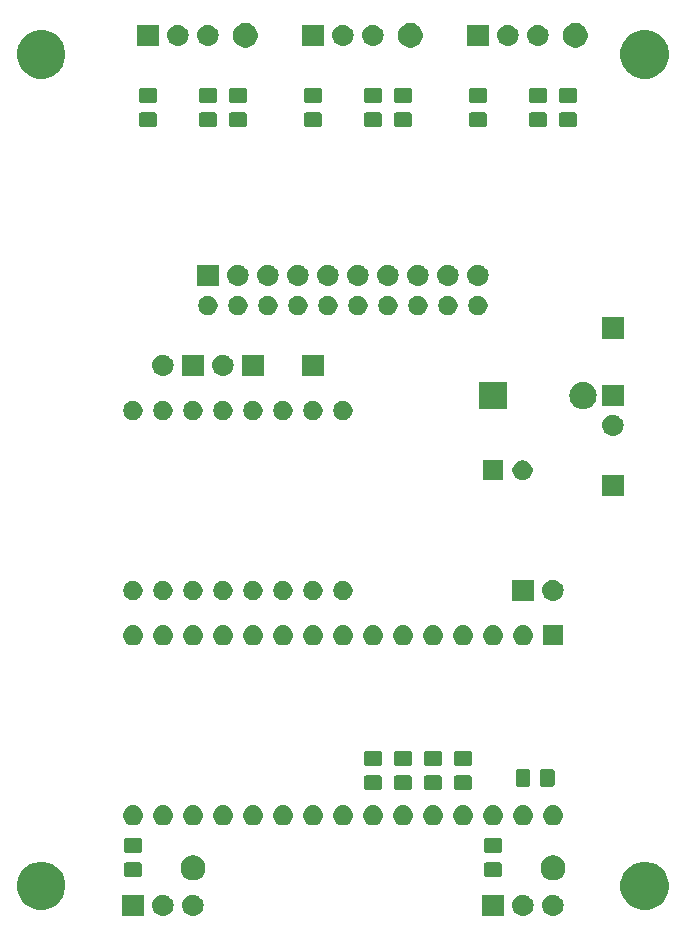
<source format=gbr>
G04 #@! TF.GenerationSoftware,KiCad,Pcbnew,5.0.2-bee76a0~70~ubuntu18.04.1*
G04 #@! TF.CreationDate,2019-04-24T16:28:52+03:00*
G04 #@! TF.ProjectId,hw,68772e6b-6963-4616-945f-706362585858,rev?*
G04 #@! TF.SameCoordinates,Original*
G04 #@! TF.FileFunction,Soldermask,Top*
G04 #@! TF.FilePolarity,Negative*
%FSLAX46Y46*%
G04 Gerber Fmt 4.6, Leading zero omitted, Abs format (unit mm)*
G04 Created by KiCad (PCBNEW 5.0.2-bee76a0~70~ubuntu18.04.1) date ke 24. huhtikuuta 2019 16.28.52*
%MOMM*%
%LPD*%
G01*
G04 APERTURE LIST*
%ADD10C,0.100000*%
G04 APERTURE END LIST*
D10*
G36*
X95360442Y-123565518D02*
X95426627Y-123572037D01*
X95539853Y-123606384D01*
X95596467Y-123623557D01*
X95735087Y-123697652D01*
X95752991Y-123707222D01*
X95788729Y-123736552D01*
X95890186Y-123819814D01*
X95973448Y-123921271D01*
X96002778Y-123957009D01*
X96002779Y-123957011D01*
X96086443Y-124113533D01*
X96086443Y-124113534D01*
X96137963Y-124283373D01*
X96155359Y-124460000D01*
X96137963Y-124636627D01*
X96103616Y-124749853D01*
X96086443Y-124806467D01*
X96062639Y-124851000D01*
X96002778Y-124962991D01*
X95973448Y-124998729D01*
X95890186Y-125100186D01*
X95788729Y-125183448D01*
X95752991Y-125212778D01*
X95752989Y-125212779D01*
X95596467Y-125296443D01*
X95539853Y-125313616D01*
X95426627Y-125347963D01*
X95360442Y-125354482D01*
X95294260Y-125361000D01*
X95205740Y-125361000D01*
X95139558Y-125354482D01*
X95073373Y-125347963D01*
X94960147Y-125313616D01*
X94903533Y-125296443D01*
X94747011Y-125212779D01*
X94747009Y-125212778D01*
X94711271Y-125183448D01*
X94609814Y-125100186D01*
X94526552Y-124998729D01*
X94497222Y-124962991D01*
X94437361Y-124851000D01*
X94413557Y-124806467D01*
X94396384Y-124749853D01*
X94362037Y-124636627D01*
X94344641Y-124460000D01*
X94362037Y-124283373D01*
X94413557Y-124113534D01*
X94413557Y-124113533D01*
X94497221Y-123957011D01*
X94497222Y-123957009D01*
X94526552Y-123921271D01*
X94609814Y-123819814D01*
X94711271Y-123736552D01*
X94747009Y-123707222D01*
X94764913Y-123697652D01*
X94903533Y-123623557D01*
X94960147Y-123606384D01*
X95073373Y-123572037D01*
X95139558Y-123565518D01*
X95205740Y-123559000D01*
X95294260Y-123559000D01*
X95360442Y-123565518D01*
X95360442Y-123565518D01*
G37*
G36*
X125840442Y-123565518D02*
X125906627Y-123572037D01*
X126019853Y-123606384D01*
X126076467Y-123623557D01*
X126215087Y-123697652D01*
X126232991Y-123707222D01*
X126268729Y-123736552D01*
X126370186Y-123819814D01*
X126453448Y-123921271D01*
X126482778Y-123957009D01*
X126482779Y-123957011D01*
X126566443Y-124113533D01*
X126566443Y-124113534D01*
X126617963Y-124283373D01*
X126635359Y-124460000D01*
X126617963Y-124636627D01*
X126583616Y-124749853D01*
X126566443Y-124806467D01*
X126542639Y-124851000D01*
X126482778Y-124962991D01*
X126453448Y-124998729D01*
X126370186Y-125100186D01*
X126268729Y-125183448D01*
X126232991Y-125212778D01*
X126232989Y-125212779D01*
X126076467Y-125296443D01*
X126019853Y-125313616D01*
X125906627Y-125347963D01*
X125840442Y-125354482D01*
X125774260Y-125361000D01*
X125685740Y-125361000D01*
X125619558Y-125354482D01*
X125553373Y-125347963D01*
X125440147Y-125313616D01*
X125383533Y-125296443D01*
X125227011Y-125212779D01*
X125227009Y-125212778D01*
X125191271Y-125183448D01*
X125089814Y-125100186D01*
X125006552Y-124998729D01*
X124977222Y-124962991D01*
X124917361Y-124851000D01*
X124893557Y-124806467D01*
X124876384Y-124749853D01*
X124842037Y-124636627D01*
X124824641Y-124460000D01*
X124842037Y-124283373D01*
X124893557Y-124113534D01*
X124893557Y-124113533D01*
X124977221Y-123957011D01*
X124977222Y-123957009D01*
X125006552Y-123921271D01*
X125089814Y-123819814D01*
X125191271Y-123736552D01*
X125227009Y-123707222D01*
X125244913Y-123697652D01*
X125383533Y-123623557D01*
X125440147Y-123606384D01*
X125553373Y-123572037D01*
X125619558Y-123565518D01*
X125685740Y-123559000D01*
X125774260Y-123559000D01*
X125840442Y-123565518D01*
X125840442Y-123565518D01*
G37*
G36*
X92820442Y-123565518D02*
X92886627Y-123572037D01*
X92999853Y-123606384D01*
X93056467Y-123623557D01*
X93195087Y-123697652D01*
X93212991Y-123707222D01*
X93248729Y-123736552D01*
X93350186Y-123819814D01*
X93433448Y-123921271D01*
X93462778Y-123957009D01*
X93462779Y-123957011D01*
X93546443Y-124113533D01*
X93546443Y-124113534D01*
X93597963Y-124283373D01*
X93615359Y-124460000D01*
X93597963Y-124636627D01*
X93563616Y-124749853D01*
X93546443Y-124806467D01*
X93522639Y-124851000D01*
X93462778Y-124962991D01*
X93433448Y-124998729D01*
X93350186Y-125100186D01*
X93248729Y-125183448D01*
X93212991Y-125212778D01*
X93212989Y-125212779D01*
X93056467Y-125296443D01*
X92999853Y-125313616D01*
X92886627Y-125347963D01*
X92820442Y-125354482D01*
X92754260Y-125361000D01*
X92665740Y-125361000D01*
X92599558Y-125354482D01*
X92533373Y-125347963D01*
X92420147Y-125313616D01*
X92363533Y-125296443D01*
X92207011Y-125212779D01*
X92207009Y-125212778D01*
X92171271Y-125183448D01*
X92069814Y-125100186D01*
X91986552Y-124998729D01*
X91957222Y-124962991D01*
X91897361Y-124851000D01*
X91873557Y-124806467D01*
X91856384Y-124749853D01*
X91822037Y-124636627D01*
X91804641Y-124460000D01*
X91822037Y-124283373D01*
X91873557Y-124113534D01*
X91873557Y-124113533D01*
X91957221Y-123957011D01*
X91957222Y-123957009D01*
X91986552Y-123921271D01*
X92069814Y-123819814D01*
X92171271Y-123736552D01*
X92207009Y-123707222D01*
X92224913Y-123697652D01*
X92363533Y-123623557D01*
X92420147Y-123606384D01*
X92533373Y-123572037D01*
X92599558Y-123565518D01*
X92665740Y-123559000D01*
X92754260Y-123559000D01*
X92820442Y-123565518D01*
X92820442Y-123565518D01*
G37*
G36*
X91071000Y-125361000D02*
X89269000Y-125361000D01*
X89269000Y-123559000D01*
X91071000Y-123559000D01*
X91071000Y-125361000D01*
X91071000Y-125361000D01*
G37*
G36*
X121551000Y-125361000D02*
X119749000Y-125361000D01*
X119749000Y-123559000D01*
X121551000Y-123559000D01*
X121551000Y-125361000D01*
X121551000Y-125361000D01*
G37*
G36*
X123300442Y-123565518D02*
X123366627Y-123572037D01*
X123479853Y-123606384D01*
X123536467Y-123623557D01*
X123675087Y-123697652D01*
X123692991Y-123707222D01*
X123728729Y-123736552D01*
X123830186Y-123819814D01*
X123913448Y-123921271D01*
X123942778Y-123957009D01*
X123942779Y-123957011D01*
X124026443Y-124113533D01*
X124026443Y-124113534D01*
X124077963Y-124283373D01*
X124095359Y-124460000D01*
X124077963Y-124636627D01*
X124043616Y-124749853D01*
X124026443Y-124806467D01*
X124002639Y-124851000D01*
X123942778Y-124962991D01*
X123913448Y-124998729D01*
X123830186Y-125100186D01*
X123728729Y-125183448D01*
X123692991Y-125212778D01*
X123692989Y-125212779D01*
X123536467Y-125296443D01*
X123479853Y-125313616D01*
X123366627Y-125347963D01*
X123300442Y-125354482D01*
X123234260Y-125361000D01*
X123145740Y-125361000D01*
X123079558Y-125354482D01*
X123013373Y-125347963D01*
X122900147Y-125313616D01*
X122843533Y-125296443D01*
X122687011Y-125212779D01*
X122687009Y-125212778D01*
X122651271Y-125183448D01*
X122549814Y-125100186D01*
X122466552Y-124998729D01*
X122437222Y-124962991D01*
X122377361Y-124851000D01*
X122353557Y-124806467D01*
X122336384Y-124749853D01*
X122302037Y-124636627D01*
X122284641Y-124460000D01*
X122302037Y-124283373D01*
X122353557Y-124113534D01*
X122353557Y-124113533D01*
X122437221Y-123957011D01*
X122437222Y-123957009D01*
X122466552Y-123921271D01*
X122549814Y-123819814D01*
X122651271Y-123736552D01*
X122687009Y-123707222D01*
X122704913Y-123697652D01*
X122843533Y-123623557D01*
X122900147Y-123606384D01*
X123013373Y-123572037D01*
X123079558Y-123565518D01*
X123145740Y-123559000D01*
X123234260Y-123559000D01*
X123300442Y-123565518D01*
X123300442Y-123565518D01*
G37*
G36*
X82998252Y-120827818D02*
X82998254Y-120827819D01*
X82998255Y-120827819D01*
X83371513Y-120982427D01*
X83669422Y-121181484D01*
X83707439Y-121206886D01*
X83993114Y-121492561D01*
X83993116Y-121492564D01*
X84217573Y-121828487D01*
X84330602Y-122101365D01*
X84372182Y-122201748D01*
X84398886Y-122336000D01*
X84451000Y-122597994D01*
X84451000Y-123002006D01*
X84372181Y-123398255D01*
X84217573Y-123771513D01*
X84093628Y-123957009D01*
X83993114Y-124107439D01*
X83707439Y-124393114D01*
X83707436Y-124393116D01*
X83371513Y-124617573D01*
X82998255Y-124772181D01*
X82998254Y-124772181D01*
X82998252Y-124772182D01*
X82602007Y-124851000D01*
X82197993Y-124851000D01*
X81801748Y-124772182D01*
X81801746Y-124772181D01*
X81801745Y-124772181D01*
X81428487Y-124617573D01*
X81092564Y-124393116D01*
X81092561Y-124393114D01*
X80806886Y-124107439D01*
X80706372Y-123957009D01*
X80582427Y-123771513D01*
X80427819Y-123398255D01*
X80349000Y-123002006D01*
X80349000Y-122597994D01*
X80401114Y-122336000D01*
X80427818Y-122201748D01*
X80469398Y-122101365D01*
X80582427Y-121828487D01*
X80806884Y-121492564D01*
X80806886Y-121492561D01*
X81092561Y-121206886D01*
X81130578Y-121181484D01*
X81428487Y-120982427D01*
X81801745Y-120827819D01*
X81801746Y-120827819D01*
X81801748Y-120827818D01*
X82197993Y-120749000D01*
X82602007Y-120749000D01*
X82998252Y-120827818D01*
X82998252Y-120827818D01*
G37*
G36*
X134098252Y-120827818D02*
X134098254Y-120827819D01*
X134098255Y-120827819D01*
X134471513Y-120982427D01*
X134769422Y-121181484D01*
X134807439Y-121206886D01*
X135093114Y-121492561D01*
X135093116Y-121492564D01*
X135317573Y-121828487D01*
X135430602Y-122101365D01*
X135472182Y-122201748D01*
X135498886Y-122336000D01*
X135551000Y-122597994D01*
X135551000Y-123002006D01*
X135472181Y-123398255D01*
X135317573Y-123771513D01*
X135193628Y-123957009D01*
X135093114Y-124107439D01*
X134807439Y-124393114D01*
X134807436Y-124393116D01*
X134471513Y-124617573D01*
X134098255Y-124772181D01*
X134098254Y-124772181D01*
X134098252Y-124772182D01*
X133702007Y-124851000D01*
X133297993Y-124851000D01*
X132901748Y-124772182D01*
X132901746Y-124772181D01*
X132901745Y-124772181D01*
X132528487Y-124617573D01*
X132192564Y-124393116D01*
X132192561Y-124393114D01*
X131906886Y-124107439D01*
X131806372Y-123957009D01*
X131682427Y-123771513D01*
X131527819Y-123398255D01*
X131449000Y-123002006D01*
X131449000Y-122597994D01*
X131501114Y-122336000D01*
X131527818Y-122201748D01*
X131569398Y-122101365D01*
X131682427Y-121828487D01*
X131906884Y-121492564D01*
X131906886Y-121492561D01*
X132192561Y-121206886D01*
X132230578Y-121181484D01*
X132528487Y-120982427D01*
X132901745Y-120827819D01*
X132901746Y-120827819D01*
X132901748Y-120827818D01*
X133297993Y-120749000D01*
X133702007Y-120749000D01*
X134098252Y-120827818D01*
X134098252Y-120827818D01*
G37*
G36*
X126036565Y-120274389D02*
X126227834Y-120353615D01*
X126399976Y-120468637D01*
X126546363Y-120615024D01*
X126661385Y-120787166D01*
X126740611Y-120978435D01*
X126781000Y-121181484D01*
X126781000Y-121388516D01*
X126740611Y-121591565D01*
X126661385Y-121782834D01*
X126546363Y-121954976D01*
X126399976Y-122101363D01*
X126227834Y-122216385D01*
X126036565Y-122295611D01*
X125833516Y-122336000D01*
X125626484Y-122336000D01*
X125423435Y-122295611D01*
X125232166Y-122216385D01*
X125060024Y-122101363D01*
X124913637Y-121954976D01*
X124798615Y-121782834D01*
X124719389Y-121591565D01*
X124679000Y-121388516D01*
X124679000Y-121181484D01*
X124719389Y-120978435D01*
X124798615Y-120787166D01*
X124913637Y-120615024D01*
X125060024Y-120468637D01*
X125232166Y-120353615D01*
X125423435Y-120274389D01*
X125626484Y-120234000D01*
X125833516Y-120234000D01*
X126036565Y-120274389D01*
X126036565Y-120274389D01*
G37*
G36*
X95556565Y-120274389D02*
X95747834Y-120353615D01*
X95919976Y-120468637D01*
X96066363Y-120615024D01*
X96181385Y-120787166D01*
X96260611Y-120978435D01*
X96301000Y-121181484D01*
X96301000Y-121388516D01*
X96260611Y-121591565D01*
X96181385Y-121782834D01*
X96066363Y-121954976D01*
X95919976Y-122101363D01*
X95747834Y-122216385D01*
X95556565Y-122295611D01*
X95353516Y-122336000D01*
X95146484Y-122336000D01*
X94943435Y-122295611D01*
X94752166Y-122216385D01*
X94580024Y-122101363D01*
X94433637Y-121954976D01*
X94318615Y-121782834D01*
X94239389Y-121591565D01*
X94199000Y-121388516D01*
X94199000Y-121181484D01*
X94239389Y-120978435D01*
X94318615Y-120787166D01*
X94433637Y-120615024D01*
X94580024Y-120468637D01*
X94752166Y-120353615D01*
X94943435Y-120274389D01*
X95146484Y-120234000D01*
X95353516Y-120234000D01*
X95556565Y-120274389D01*
X95556565Y-120274389D01*
G37*
G36*
X121238677Y-120808465D02*
X121276364Y-120819898D01*
X121311103Y-120838466D01*
X121341548Y-120863452D01*
X121366534Y-120893897D01*
X121385102Y-120928636D01*
X121396535Y-120966323D01*
X121401000Y-121011661D01*
X121401000Y-121848339D01*
X121396535Y-121893677D01*
X121385102Y-121931364D01*
X121366534Y-121966103D01*
X121341548Y-121996548D01*
X121311103Y-122021534D01*
X121276364Y-122040102D01*
X121238677Y-122051535D01*
X121193339Y-122056000D01*
X120106661Y-122056000D01*
X120061323Y-122051535D01*
X120023636Y-122040102D01*
X119988897Y-122021534D01*
X119958452Y-121996548D01*
X119933466Y-121966103D01*
X119914898Y-121931364D01*
X119903465Y-121893677D01*
X119899000Y-121848339D01*
X119899000Y-121011661D01*
X119903465Y-120966323D01*
X119914898Y-120928636D01*
X119933466Y-120893897D01*
X119958452Y-120863452D01*
X119988897Y-120838466D01*
X120023636Y-120819898D01*
X120061323Y-120808465D01*
X120106661Y-120804000D01*
X121193339Y-120804000D01*
X121238677Y-120808465D01*
X121238677Y-120808465D01*
G37*
G36*
X90758677Y-120808465D02*
X90796364Y-120819898D01*
X90831103Y-120838466D01*
X90861548Y-120863452D01*
X90886534Y-120893897D01*
X90905102Y-120928636D01*
X90916535Y-120966323D01*
X90921000Y-121011661D01*
X90921000Y-121848339D01*
X90916535Y-121893677D01*
X90905102Y-121931364D01*
X90886534Y-121966103D01*
X90861548Y-121996548D01*
X90831103Y-122021534D01*
X90796364Y-122040102D01*
X90758677Y-122051535D01*
X90713339Y-122056000D01*
X89626661Y-122056000D01*
X89581323Y-122051535D01*
X89543636Y-122040102D01*
X89508897Y-122021534D01*
X89478452Y-121996548D01*
X89453466Y-121966103D01*
X89434898Y-121931364D01*
X89423465Y-121893677D01*
X89419000Y-121848339D01*
X89419000Y-121011661D01*
X89423465Y-120966323D01*
X89434898Y-120928636D01*
X89453466Y-120893897D01*
X89478452Y-120863452D01*
X89508897Y-120838466D01*
X89543636Y-120819898D01*
X89581323Y-120808465D01*
X89626661Y-120804000D01*
X90713339Y-120804000D01*
X90758677Y-120808465D01*
X90758677Y-120808465D01*
G37*
G36*
X121238677Y-118758465D02*
X121276364Y-118769898D01*
X121311103Y-118788466D01*
X121341548Y-118813452D01*
X121366534Y-118843897D01*
X121385102Y-118878636D01*
X121396535Y-118916323D01*
X121401000Y-118961661D01*
X121401000Y-119798339D01*
X121396535Y-119843677D01*
X121385102Y-119881364D01*
X121366534Y-119916103D01*
X121341548Y-119946548D01*
X121311103Y-119971534D01*
X121276364Y-119990102D01*
X121238677Y-120001535D01*
X121193339Y-120006000D01*
X120106661Y-120006000D01*
X120061323Y-120001535D01*
X120023636Y-119990102D01*
X119988897Y-119971534D01*
X119958452Y-119946548D01*
X119933466Y-119916103D01*
X119914898Y-119881364D01*
X119903465Y-119843677D01*
X119899000Y-119798339D01*
X119899000Y-118961661D01*
X119903465Y-118916323D01*
X119914898Y-118878636D01*
X119933466Y-118843897D01*
X119958452Y-118813452D01*
X119988897Y-118788466D01*
X120023636Y-118769898D01*
X120061323Y-118758465D01*
X120106661Y-118754000D01*
X121193339Y-118754000D01*
X121238677Y-118758465D01*
X121238677Y-118758465D01*
G37*
G36*
X90758677Y-118758465D02*
X90796364Y-118769898D01*
X90831103Y-118788466D01*
X90861548Y-118813452D01*
X90886534Y-118843897D01*
X90905102Y-118878636D01*
X90916535Y-118916323D01*
X90921000Y-118961661D01*
X90921000Y-119798339D01*
X90916535Y-119843677D01*
X90905102Y-119881364D01*
X90886534Y-119916103D01*
X90861548Y-119946548D01*
X90831103Y-119971534D01*
X90796364Y-119990102D01*
X90758677Y-120001535D01*
X90713339Y-120006000D01*
X89626661Y-120006000D01*
X89581323Y-120001535D01*
X89543636Y-119990102D01*
X89508897Y-119971534D01*
X89478452Y-119946548D01*
X89453466Y-119916103D01*
X89434898Y-119881364D01*
X89423465Y-119843677D01*
X89419000Y-119798339D01*
X89419000Y-118961661D01*
X89423465Y-118916323D01*
X89434898Y-118878636D01*
X89453466Y-118843897D01*
X89478452Y-118813452D01*
X89508897Y-118788466D01*
X89543636Y-118769898D01*
X89581323Y-118758465D01*
X89626661Y-118754000D01*
X90713339Y-118754000D01*
X90758677Y-118758465D01*
X90758677Y-118758465D01*
G37*
G36*
X113196821Y-116001313D02*
X113196824Y-116001314D01*
X113196825Y-116001314D01*
X113357239Y-116049975D01*
X113357241Y-116049976D01*
X113357244Y-116049977D01*
X113505078Y-116128995D01*
X113634659Y-116235341D01*
X113741005Y-116364922D01*
X113820023Y-116512756D01*
X113868687Y-116673179D01*
X113885117Y-116840000D01*
X113868687Y-117006821D01*
X113820023Y-117167244D01*
X113741005Y-117315078D01*
X113634659Y-117444659D01*
X113505078Y-117551005D01*
X113357244Y-117630023D01*
X113357241Y-117630024D01*
X113357239Y-117630025D01*
X113196825Y-117678686D01*
X113196824Y-117678686D01*
X113196821Y-117678687D01*
X113071804Y-117691000D01*
X112988196Y-117691000D01*
X112863179Y-117678687D01*
X112863176Y-117678686D01*
X112863175Y-117678686D01*
X112702761Y-117630025D01*
X112702759Y-117630024D01*
X112702756Y-117630023D01*
X112554922Y-117551005D01*
X112425341Y-117444659D01*
X112318995Y-117315078D01*
X112239977Y-117167244D01*
X112191313Y-117006821D01*
X112174883Y-116840000D01*
X112191313Y-116673179D01*
X112239977Y-116512756D01*
X112318995Y-116364922D01*
X112425341Y-116235341D01*
X112554922Y-116128995D01*
X112702756Y-116049977D01*
X112702759Y-116049976D01*
X112702761Y-116049975D01*
X112863175Y-116001314D01*
X112863176Y-116001314D01*
X112863179Y-116001313D01*
X112988196Y-115989000D01*
X113071804Y-115989000D01*
X113196821Y-116001313D01*
X113196821Y-116001313D01*
G37*
G36*
X105576821Y-116001313D02*
X105576824Y-116001314D01*
X105576825Y-116001314D01*
X105737239Y-116049975D01*
X105737241Y-116049976D01*
X105737244Y-116049977D01*
X105885078Y-116128995D01*
X106014659Y-116235341D01*
X106121005Y-116364922D01*
X106200023Y-116512756D01*
X106248687Y-116673179D01*
X106265117Y-116840000D01*
X106248687Y-117006821D01*
X106200023Y-117167244D01*
X106121005Y-117315078D01*
X106014659Y-117444659D01*
X105885078Y-117551005D01*
X105737244Y-117630023D01*
X105737241Y-117630024D01*
X105737239Y-117630025D01*
X105576825Y-117678686D01*
X105576824Y-117678686D01*
X105576821Y-117678687D01*
X105451804Y-117691000D01*
X105368196Y-117691000D01*
X105243179Y-117678687D01*
X105243176Y-117678686D01*
X105243175Y-117678686D01*
X105082761Y-117630025D01*
X105082759Y-117630024D01*
X105082756Y-117630023D01*
X104934922Y-117551005D01*
X104805341Y-117444659D01*
X104698995Y-117315078D01*
X104619977Y-117167244D01*
X104571313Y-117006821D01*
X104554883Y-116840000D01*
X104571313Y-116673179D01*
X104619977Y-116512756D01*
X104698995Y-116364922D01*
X104805341Y-116235341D01*
X104934922Y-116128995D01*
X105082756Y-116049977D01*
X105082759Y-116049976D01*
X105082761Y-116049975D01*
X105243175Y-116001314D01*
X105243176Y-116001314D01*
X105243179Y-116001313D01*
X105368196Y-115989000D01*
X105451804Y-115989000D01*
X105576821Y-116001313D01*
X105576821Y-116001313D01*
G37*
G36*
X100496821Y-116001313D02*
X100496824Y-116001314D01*
X100496825Y-116001314D01*
X100657239Y-116049975D01*
X100657241Y-116049976D01*
X100657244Y-116049977D01*
X100805078Y-116128995D01*
X100934659Y-116235341D01*
X101041005Y-116364922D01*
X101120023Y-116512756D01*
X101168687Y-116673179D01*
X101185117Y-116840000D01*
X101168687Y-117006821D01*
X101120023Y-117167244D01*
X101041005Y-117315078D01*
X100934659Y-117444659D01*
X100805078Y-117551005D01*
X100657244Y-117630023D01*
X100657241Y-117630024D01*
X100657239Y-117630025D01*
X100496825Y-117678686D01*
X100496824Y-117678686D01*
X100496821Y-117678687D01*
X100371804Y-117691000D01*
X100288196Y-117691000D01*
X100163179Y-117678687D01*
X100163176Y-117678686D01*
X100163175Y-117678686D01*
X100002761Y-117630025D01*
X100002759Y-117630024D01*
X100002756Y-117630023D01*
X99854922Y-117551005D01*
X99725341Y-117444659D01*
X99618995Y-117315078D01*
X99539977Y-117167244D01*
X99491313Y-117006821D01*
X99474883Y-116840000D01*
X99491313Y-116673179D01*
X99539977Y-116512756D01*
X99618995Y-116364922D01*
X99725341Y-116235341D01*
X99854922Y-116128995D01*
X100002756Y-116049977D01*
X100002759Y-116049976D01*
X100002761Y-116049975D01*
X100163175Y-116001314D01*
X100163176Y-116001314D01*
X100163179Y-116001313D01*
X100288196Y-115989000D01*
X100371804Y-115989000D01*
X100496821Y-116001313D01*
X100496821Y-116001313D01*
G37*
G36*
X90336821Y-116001313D02*
X90336824Y-116001314D01*
X90336825Y-116001314D01*
X90497239Y-116049975D01*
X90497241Y-116049976D01*
X90497244Y-116049977D01*
X90645078Y-116128995D01*
X90774659Y-116235341D01*
X90881005Y-116364922D01*
X90960023Y-116512756D01*
X91008687Y-116673179D01*
X91025117Y-116840000D01*
X91008687Y-117006821D01*
X90960023Y-117167244D01*
X90881005Y-117315078D01*
X90774659Y-117444659D01*
X90645078Y-117551005D01*
X90497244Y-117630023D01*
X90497241Y-117630024D01*
X90497239Y-117630025D01*
X90336825Y-117678686D01*
X90336824Y-117678686D01*
X90336821Y-117678687D01*
X90211804Y-117691000D01*
X90128196Y-117691000D01*
X90003179Y-117678687D01*
X90003176Y-117678686D01*
X90003175Y-117678686D01*
X89842761Y-117630025D01*
X89842759Y-117630024D01*
X89842756Y-117630023D01*
X89694922Y-117551005D01*
X89565341Y-117444659D01*
X89458995Y-117315078D01*
X89379977Y-117167244D01*
X89331313Y-117006821D01*
X89314883Y-116840000D01*
X89331313Y-116673179D01*
X89379977Y-116512756D01*
X89458995Y-116364922D01*
X89565341Y-116235341D01*
X89694922Y-116128995D01*
X89842756Y-116049977D01*
X89842759Y-116049976D01*
X89842761Y-116049975D01*
X90003175Y-116001314D01*
X90003176Y-116001314D01*
X90003179Y-116001313D01*
X90128196Y-115989000D01*
X90211804Y-115989000D01*
X90336821Y-116001313D01*
X90336821Y-116001313D01*
G37*
G36*
X125896821Y-116001313D02*
X125896824Y-116001314D01*
X125896825Y-116001314D01*
X126057239Y-116049975D01*
X126057241Y-116049976D01*
X126057244Y-116049977D01*
X126205078Y-116128995D01*
X126334659Y-116235341D01*
X126441005Y-116364922D01*
X126520023Y-116512756D01*
X126568687Y-116673179D01*
X126585117Y-116840000D01*
X126568687Y-117006821D01*
X126520023Y-117167244D01*
X126441005Y-117315078D01*
X126334659Y-117444659D01*
X126205078Y-117551005D01*
X126057244Y-117630023D01*
X126057241Y-117630024D01*
X126057239Y-117630025D01*
X125896825Y-117678686D01*
X125896824Y-117678686D01*
X125896821Y-117678687D01*
X125771804Y-117691000D01*
X125688196Y-117691000D01*
X125563179Y-117678687D01*
X125563176Y-117678686D01*
X125563175Y-117678686D01*
X125402761Y-117630025D01*
X125402759Y-117630024D01*
X125402756Y-117630023D01*
X125254922Y-117551005D01*
X125125341Y-117444659D01*
X125018995Y-117315078D01*
X124939977Y-117167244D01*
X124891313Y-117006821D01*
X124874883Y-116840000D01*
X124891313Y-116673179D01*
X124939977Y-116512756D01*
X125018995Y-116364922D01*
X125125341Y-116235341D01*
X125254922Y-116128995D01*
X125402756Y-116049977D01*
X125402759Y-116049976D01*
X125402761Y-116049975D01*
X125563175Y-116001314D01*
X125563176Y-116001314D01*
X125563179Y-116001313D01*
X125688196Y-115989000D01*
X125771804Y-115989000D01*
X125896821Y-116001313D01*
X125896821Y-116001313D01*
G37*
G36*
X123356821Y-116001313D02*
X123356824Y-116001314D01*
X123356825Y-116001314D01*
X123517239Y-116049975D01*
X123517241Y-116049976D01*
X123517244Y-116049977D01*
X123665078Y-116128995D01*
X123794659Y-116235341D01*
X123901005Y-116364922D01*
X123980023Y-116512756D01*
X124028687Y-116673179D01*
X124045117Y-116840000D01*
X124028687Y-117006821D01*
X123980023Y-117167244D01*
X123901005Y-117315078D01*
X123794659Y-117444659D01*
X123665078Y-117551005D01*
X123517244Y-117630023D01*
X123517241Y-117630024D01*
X123517239Y-117630025D01*
X123356825Y-117678686D01*
X123356824Y-117678686D01*
X123356821Y-117678687D01*
X123231804Y-117691000D01*
X123148196Y-117691000D01*
X123023179Y-117678687D01*
X123023176Y-117678686D01*
X123023175Y-117678686D01*
X122862761Y-117630025D01*
X122862759Y-117630024D01*
X122862756Y-117630023D01*
X122714922Y-117551005D01*
X122585341Y-117444659D01*
X122478995Y-117315078D01*
X122399977Y-117167244D01*
X122351313Y-117006821D01*
X122334883Y-116840000D01*
X122351313Y-116673179D01*
X122399977Y-116512756D01*
X122478995Y-116364922D01*
X122585341Y-116235341D01*
X122714922Y-116128995D01*
X122862756Y-116049977D01*
X122862759Y-116049976D01*
X122862761Y-116049975D01*
X123023175Y-116001314D01*
X123023176Y-116001314D01*
X123023179Y-116001313D01*
X123148196Y-115989000D01*
X123231804Y-115989000D01*
X123356821Y-116001313D01*
X123356821Y-116001313D01*
G37*
G36*
X120816821Y-116001313D02*
X120816824Y-116001314D01*
X120816825Y-116001314D01*
X120977239Y-116049975D01*
X120977241Y-116049976D01*
X120977244Y-116049977D01*
X121125078Y-116128995D01*
X121254659Y-116235341D01*
X121361005Y-116364922D01*
X121440023Y-116512756D01*
X121488687Y-116673179D01*
X121505117Y-116840000D01*
X121488687Y-117006821D01*
X121440023Y-117167244D01*
X121361005Y-117315078D01*
X121254659Y-117444659D01*
X121125078Y-117551005D01*
X120977244Y-117630023D01*
X120977241Y-117630024D01*
X120977239Y-117630025D01*
X120816825Y-117678686D01*
X120816824Y-117678686D01*
X120816821Y-117678687D01*
X120691804Y-117691000D01*
X120608196Y-117691000D01*
X120483179Y-117678687D01*
X120483176Y-117678686D01*
X120483175Y-117678686D01*
X120322761Y-117630025D01*
X120322759Y-117630024D01*
X120322756Y-117630023D01*
X120174922Y-117551005D01*
X120045341Y-117444659D01*
X119938995Y-117315078D01*
X119859977Y-117167244D01*
X119811313Y-117006821D01*
X119794883Y-116840000D01*
X119811313Y-116673179D01*
X119859977Y-116512756D01*
X119938995Y-116364922D01*
X120045341Y-116235341D01*
X120174922Y-116128995D01*
X120322756Y-116049977D01*
X120322759Y-116049976D01*
X120322761Y-116049975D01*
X120483175Y-116001314D01*
X120483176Y-116001314D01*
X120483179Y-116001313D01*
X120608196Y-115989000D01*
X120691804Y-115989000D01*
X120816821Y-116001313D01*
X120816821Y-116001313D01*
G37*
G36*
X118276821Y-116001313D02*
X118276824Y-116001314D01*
X118276825Y-116001314D01*
X118437239Y-116049975D01*
X118437241Y-116049976D01*
X118437244Y-116049977D01*
X118585078Y-116128995D01*
X118714659Y-116235341D01*
X118821005Y-116364922D01*
X118900023Y-116512756D01*
X118948687Y-116673179D01*
X118965117Y-116840000D01*
X118948687Y-117006821D01*
X118900023Y-117167244D01*
X118821005Y-117315078D01*
X118714659Y-117444659D01*
X118585078Y-117551005D01*
X118437244Y-117630023D01*
X118437241Y-117630024D01*
X118437239Y-117630025D01*
X118276825Y-117678686D01*
X118276824Y-117678686D01*
X118276821Y-117678687D01*
X118151804Y-117691000D01*
X118068196Y-117691000D01*
X117943179Y-117678687D01*
X117943176Y-117678686D01*
X117943175Y-117678686D01*
X117782761Y-117630025D01*
X117782759Y-117630024D01*
X117782756Y-117630023D01*
X117634922Y-117551005D01*
X117505341Y-117444659D01*
X117398995Y-117315078D01*
X117319977Y-117167244D01*
X117271313Y-117006821D01*
X117254883Y-116840000D01*
X117271313Y-116673179D01*
X117319977Y-116512756D01*
X117398995Y-116364922D01*
X117505341Y-116235341D01*
X117634922Y-116128995D01*
X117782756Y-116049977D01*
X117782759Y-116049976D01*
X117782761Y-116049975D01*
X117943175Y-116001314D01*
X117943176Y-116001314D01*
X117943179Y-116001313D01*
X118068196Y-115989000D01*
X118151804Y-115989000D01*
X118276821Y-116001313D01*
X118276821Y-116001313D01*
G37*
G36*
X115736821Y-116001313D02*
X115736824Y-116001314D01*
X115736825Y-116001314D01*
X115897239Y-116049975D01*
X115897241Y-116049976D01*
X115897244Y-116049977D01*
X116045078Y-116128995D01*
X116174659Y-116235341D01*
X116281005Y-116364922D01*
X116360023Y-116512756D01*
X116408687Y-116673179D01*
X116425117Y-116840000D01*
X116408687Y-117006821D01*
X116360023Y-117167244D01*
X116281005Y-117315078D01*
X116174659Y-117444659D01*
X116045078Y-117551005D01*
X115897244Y-117630023D01*
X115897241Y-117630024D01*
X115897239Y-117630025D01*
X115736825Y-117678686D01*
X115736824Y-117678686D01*
X115736821Y-117678687D01*
X115611804Y-117691000D01*
X115528196Y-117691000D01*
X115403179Y-117678687D01*
X115403176Y-117678686D01*
X115403175Y-117678686D01*
X115242761Y-117630025D01*
X115242759Y-117630024D01*
X115242756Y-117630023D01*
X115094922Y-117551005D01*
X114965341Y-117444659D01*
X114858995Y-117315078D01*
X114779977Y-117167244D01*
X114731313Y-117006821D01*
X114714883Y-116840000D01*
X114731313Y-116673179D01*
X114779977Y-116512756D01*
X114858995Y-116364922D01*
X114965341Y-116235341D01*
X115094922Y-116128995D01*
X115242756Y-116049977D01*
X115242759Y-116049976D01*
X115242761Y-116049975D01*
X115403175Y-116001314D01*
X115403176Y-116001314D01*
X115403179Y-116001313D01*
X115528196Y-115989000D01*
X115611804Y-115989000D01*
X115736821Y-116001313D01*
X115736821Y-116001313D01*
G37*
G36*
X110656821Y-116001313D02*
X110656824Y-116001314D01*
X110656825Y-116001314D01*
X110817239Y-116049975D01*
X110817241Y-116049976D01*
X110817244Y-116049977D01*
X110965078Y-116128995D01*
X111094659Y-116235341D01*
X111201005Y-116364922D01*
X111280023Y-116512756D01*
X111328687Y-116673179D01*
X111345117Y-116840000D01*
X111328687Y-117006821D01*
X111280023Y-117167244D01*
X111201005Y-117315078D01*
X111094659Y-117444659D01*
X110965078Y-117551005D01*
X110817244Y-117630023D01*
X110817241Y-117630024D01*
X110817239Y-117630025D01*
X110656825Y-117678686D01*
X110656824Y-117678686D01*
X110656821Y-117678687D01*
X110531804Y-117691000D01*
X110448196Y-117691000D01*
X110323179Y-117678687D01*
X110323176Y-117678686D01*
X110323175Y-117678686D01*
X110162761Y-117630025D01*
X110162759Y-117630024D01*
X110162756Y-117630023D01*
X110014922Y-117551005D01*
X109885341Y-117444659D01*
X109778995Y-117315078D01*
X109699977Y-117167244D01*
X109651313Y-117006821D01*
X109634883Y-116840000D01*
X109651313Y-116673179D01*
X109699977Y-116512756D01*
X109778995Y-116364922D01*
X109885341Y-116235341D01*
X110014922Y-116128995D01*
X110162756Y-116049977D01*
X110162759Y-116049976D01*
X110162761Y-116049975D01*
X110323175Y-116001314D01*
X110323176Y-116001314D01*
X110323179Y-116001313D01*
X110448196Y-115989000D01*
X110531804Y-115989000D01*
X110656821Y-116001313D01*
X110656821Y-116001313D01*
G37*
G36*
X108116821Y-116001313D02*
X108116824Y-116001314D01*
X108116825Y-116001314D01*
X108277239Y-116049975D01*
X108277241Y-116049976D01*
X108277244Y-116049977D01*
X108425078Y-116128995D01*
X108554659Y-116235341D01*
X108661005Y-116364922D01*
X108740023Y-116512756D01*
X108788687Y-116673179D01*
X108805117Y-116840000D01*
X108788687Y-117006821D01*
X108740023Y-117167244D01*
X108661005Y-117315078D01*
X108554659Y-117444659D01*
X108425078Y-117551005D01*
X108277244Y-117630023D01*
X108277241Y-117630024D01*
X108277239Y-117630025D01*
X108116825Y-117678686D01*
X108116824Y-117678686D01*
X108116821Y-117678687D01*
X107991804Y-117691000D01*
X107908196Y-117691000D01*
X107783179Y-117678687D01*
X107783176Y-117678686D01*
X107783175Y-117678686D01*
X107622761Y-117630025D01*
X107622759Y-117630024D01*
X107622756Y-117630023D01*
X107474922Y-117551005D01*
X107345341Y-117444659D01*
X107238995Y-117315078D01*
X107159977Y-117167244D01*
X107111313Y-117006821D01*
X107094883Y-116840000D01*
X107111313Y-116673179D01*
X107159977Y-116512756D01*
X107238995Y-116364922D01*
X107345341Y-116235341D01*
X107474922Y-116128995D01*
X107622756Y-116049977D01*
X107622759Y-116049976D01*
X107622761Y-116049975D01*
X107783175Y-116001314D01*
X107783176Y-116001314D01*
X107783179Y-116001313D01*
X107908196Y-115989000D01*
X107991804Y-115989000D01*
X108116821Y-116001313D01*
X108116821Y-116001313D01*
G37*
G36*
X92876821Y-116001313D02*
X92876824Y-116001314D01*
X92876825Y-116001314D01*
X93037239Y-116049975D01*
X93037241Y-116049976D01*
X93037244Y-116049977D01*
X93185078Y-116128995D01*
X93314659Y-116235341D01*
X93421005Y-116364922D01*
X93500023Y-116512756D01*
X93548687Y-116673179D01*
X93565117Y-116840000D01*
X93548687Y-117006821D01*
X93500023Y-117167244D01*
X93421005Y-117315078D01*
X93314659Y-117444659D01*
X93185078Y-117551005D01*
X93037244Y-117630023D01*
X93037241Y-117630024D01*
X93037239Y-117630025D01*
X92876825Y-117678686D01*
X92876824Y-117678686D01*
X92876821Y-117678687D01*
X92751804Y-117691000D01*
X92668196Y-117691000D01*
X92543179Y-117678687D01*
X92543176Y-117678686D01*
X92543175Y-117678686D01*
X92382761Y-117630025D01*
X92382759Y-117630024D01*
X92382756Y-117630023D01*
X92234922Y-117551005D01*
X92105341Y-117444659D01*
X91998995Y-117315078D01*
X91919977Y-117167244D01*
X91871313Y-117006821D01*
X91854883Y-116840000D01*
X91871313Y-116673179D01*
X91919977Y-116512756D01*
X91998995Y-116364922D01*
X92105341Y-116235341D01*
X92234922Y-116128995D01*
X92382756Y-116049977D01*
X92382759Y-116049976D01*
X92382761Y-116049975D01*
X92543175Y-116001314D01*
X92543176Y-116001314D01*
X92543179Y-116001313D01*
X92668196Y-115989000D01*
X92751804Y-115989000D01*
X92876821Y-116001313D01*
X92876821Y-116001313D01*
G37*
G36*
X95416821Y-116001313D02*
X95416824Y-116001314D01*
X95416825Y-116001314D01*
X95577239Y-116049975D01*
X95577241Y-116049976D01*
X95577244Y-116049977D01*
X95725078Y-116128995D01*
X95854659Y-116235341D01*
X95961005Y-116364922D01*
X96040023Y-116512756D01*
X96088687Y-116673179D01*
X96105117Y-116840000D01*
X96088687Y-117006821D01*
X96040023Y-117167244D01*
X95961005Y-117315078D01*
X95854659Y-117444659D01*
X95725078Y-117551005D01*
X95577244Y-117630023D01*
X95577241Y-117630024D01*
X95577239Y-117630025D01*
X95416825Y-117678686D01*
X95416824Y-117678686D01*
X95416821Y-117678687D01*
X95291804Y-117691000D01*
X95208196Y-117691000D01*
X95083179Y-117678687D01*
X95083176Y-117678686D01*
X95083175Y-117678686D01*
X94922761Y-117630025D01*
X94922759Y-117630024D01*
X94922756Y-117630023D01*
X94774922Y-117551005D01*
X94645341Y-117444659D01*
X94538995Y-117315078D01*
X94459977Y-117167244D01*
X94411313Y-117006821D01*
X94394883Y-116840000D01*
X94411313Y-116673179D01*
X94459977Y-116512756D01*
X94538995Y-116364922D01*
X94645341Y-116235341D01*
X94774922Y-116128995D01*
X94922756Y-116049977D01*
X94922759Y-116049976D01*
X94922761Y-116049975D01*
X95083175Y-116001314D01*
X95083176Y-116001314D01*
X95083179Y-116001313D01*
X95208196Y-115989000D01*
X95291804Y-115989000D01*
X95416821Y-116001313D01*
X95416821Y-116001313D01*
G37*
G36*
X103036821Y-116001313D02*
X103036824Y-116001314D01*
X103036825Y-116001314D01*
X103197239Y-116049975D01*
X103197241Y-116049976D01*
X103197244Y-116049977D01*
X103345078Y-116128995D01*
X103474659Y-116235341D01*
X103581005Y-116364922D01*
X103660023Y-116512756D01*
X103708687Y-116673179D01*
X103725117Y-116840000D01*
X103708687Y-117006821D01*
X103660023Y-117167244D01*
X103581005Y-117315078D01*
X103474659Y-117444659D01*
X103345078Y-117551005D01*
X103197244Y-117630023D01*
X103197241Y-117630024D01*
X103197239Y-117630025D01*
X103036825Y-117678686D01*
X103036824Y-117678686D01*
X103036821Y-117678687D01*
X102911804Y-117691000D01*
X102828196Y-117691000D01*
X102703179Y-117678687D01*
X102703176Y-117678686D01*
X102703175Y-117678686D01*
X102542761Y-117630025D01*
X102542759Y-117630024D01*
X102542756Y-117630023D01*
X102394922Y-117551005D01*
X102265341Y-117444659D01*
X102158995Y-117315078D01*
X102079977Y-117167244D01*
X102031313Y-117006821D01*
X102014883Y-116840000D01*
X102031313Y-116673179D01*
X102079977Y-116512756D01*
X102158995Y-116364922D01*
X102265341Y-116235341D01*
X102394922Y-116128995D01*
X102542756Y-116049977D01*
X102542759Y-116049976D01*
X102542761Y-116049975D01*
X102703175Y-116001314D01*
X102703176Y-116001314D01*
X102703179Y-116001313D01*
X102828196Y-115989000D01*
X102911804Y-115989000D01*
X103036821Y-116001313D01*
X103036821Y-116001313D01*
G37*
G36*
X97956821Y-116001313D02*
X97956824Y-116001314D01*
X97956825Y-116001314D01*
X98117239Y-116049975D01*
X98117241Y-116049976D01*
X98117244Y-116049977D01*
X98265078Y-116128995D01*
X98394659Y-116235341D01*
X98501005Y-116364922D01*
X98580023Y-116512756D01*
X98628687Y-116673179D01*
X98645117Y-116840000D01*
X98628687Y-117006821D01*
X98580023Y-117167244D01*
X98501005Y-117315078D01*
X98394659Y-117444659D01*
X98265078Y-117551005D01*
X98117244Y-117630023D01*
X98117241Y-117630024D01*
X98117239Y-117630025D01*
X97956825Y-117678686D01*
X97956824Y-117678686D01*
X97956821Y-117678687D01*
X97831804Y-117691000D01*
X97748196Y-117691000D01*
X97623179Y-117678687D01*
X97623176Y-117678686D01*
X97623175Y-117678686D01*
X97462761Y-117630025D01*
X97462759Y-117630024D01*
X97462756Y-117630023D01*
X97314922Y-117551005D01*
X97185341Y-117444659D01*
X97078995Y-117315078D01*
X96999977Y-117167244D01*
X96951313Y-117006821D01*
X96934883Y-116840000D01*
X96951313Y-116673179D01*
X96999977Y-116512756D01*
X97078995Y-116364922D01*
X97185341Y-116235341D01*
X97314922Y-116128995D01*
X97462756Y-116049977D01*
X97462759Y-116049976D01*
X97462761Y-116049975D01*
X97623175Y-116001314D01*
X97623176Y-116001314D01*
X97623179Y-116001313D01*
X97748196Y-115989000D01*
X97831804Y-115989000D01*
X97956821Y-116001313D01*
X97956821Y-116001313D01*
G37*
G36*
X113618677Y-113433465D02*
X113656364Y-113444898D01*
X113691103Y-113463466D01*
X113721548Y-113488452D01*
X113746534Y-113518897D01*
X113765102Y-113553636D01*
X113776535Y-113591323D01*
X113781000Y-113636661D01*
X113781000Y-114473339D01*
X113776535Y-114518677D01*
X113765102Y-114556364D01*
X113746534Y-114591103D01*
X113721548Y-114621548D01*
X113691103Y-114646534D01*
X113656364Y-114665102D01*
X113618677Y-114676535D01*
X113573339Y-114681000D01*
X112486661Y-114681000D01*
X112441323Y-114676535D01*
X112403636Y-114665102D01*
X112368897Y-114646534D01*
X112338452Y-114621548D01*
X112313466Y-114591103D01*
X112294898Y-114556364D01*
X112283465Y-114518677D01*
X112279000Y-114473339D01*
X112279000Y-113636661D01*
X112283465Y-113591323D01*
X112294898Y-113553636D01*
X112313466Y-113518897D01*
X112338452Y-113488452D01*
X112368897Y-113463466D01*
X112403636Y-113444898D01*
X112441323Y-113433465D01*
X112486661Y-113429000D01*
X113573339Y-113429000D01*
X113618677Y-113433465D01*
X113618677Y-113433465D01*
G37*
G36*
X116158677Y-113433465D02*
X116196364Y-113444898D01*
X116231103Y-113463466D01*
X116261548Y-113488452D01*
X116286534Y-113518897D01*
X116305102Y-113553636D01*
X116316535Y-113591323D01*
X116321000Y-113636661D01*
X116321000Y-114473339D01*
X116316535Y-114518677D01*
X116305102Y-114556364D01*
X116286534Y-114591103D01*
X116261548Y-114621548D01*
X116231103Y-114646534D01*
X116196364Y-114665102D01*
X116158677Y-114676535D01*
X116113339Y-114681000D01*
X115026661Y-114681000D01*
X114981323Y-114676535D01*
X114943636Y-114665102D01*
X114908897Y-114646534D01*
X114878452Y-114621548D01*
X114853466Y-114591103D01*
X114834898Y-114556364D01*
X114823465Y-114518677D01*
X114819000Y-114473339D01*
X114819000Y-113636661D01*
X114823465Y-113591323D01*
X114834898Y-113553636D01*
X114853466Y-113518897D01*
X114878452Y-113488452D01*
X114908897Y-113463466D01*
X114943636Y-113444898D01*
X114981323Y-113433465D01*
X115026661Y-113429000D01*
X116113339Y-113429000D01*
X116158677Y-113433465D01*
X116158677Y-113433465D01*
G37*
G36*
X118698677Y-113433465D02*
X118736364Y-113444898D01*
X118771103Y-113463466D01*
X118801548Y-113488452D01*
X118826534Y-113518897D01*
X118845102Y-113553636D01*
X118856535Y-113591323D01*
X118861000Y-113636661D01*
X118861000Y-114473339D01*
X118856535Y-114518677D01*
X118845102Y-114556364D01*
X118826534Y-114591103D01*
X118801548Y-114621548D01*
X118771103Y-114646534D01*
X118736364Y-114665102D01*
X118698677Y-114676535D01*
X118653339Y-114681000D01*
X117566661Y-114681000D01*
X117521323Y-114676535D01*
X117483636Y-114665102D01*
X117448897Y-114646534D01*
X117418452Y-114621548D01*
X117393466Y-114591103D01*
X117374898Y-114556364D01*
X117363465Y-114518677D01*
X117359000Y-114473339D01*
X117359000Y-113636661D01*
X117363465Y-113591323D01*
X117374898Y-113553636D01*
X117393466Y-113518897D01*
X117418452Y-113488452D01*
X117448897Y-113463466D01*
X117483636Y-113444898D01*
X117521323Y-113433465D01*
X117566661Y-113429000D01*
X118653339Y-113429000D01*
X118698677Y-113433465D01*
X118698677Y-113433465D01*
G37*
G36*
X111078677Y-113433465D02*
X111116364Y-113444898D01*
X111151103Y-113463466D01*
X111181548Y-113488452D01*
X111206534Y-113518897D01*
X111225102Y-113553636D01*
X111236535Y-113591323D01*
X111241000Y-113636661D01*
X111241000Y-114473339D01*
X111236535Y-114518677D01*
X111225102Y-114556364D01*
X111206534Y-114591103D01*
X111181548Y-114621548D01*
X111151103Y-114646534D01*
X111116364Y-114665102D01*
X111078677Y-114676535D01*
X111033339Y-114681000D01*
X109946661Y-114681000D01*
X109901323Y-114676535D01*
X109863636Y-114665102D01*
X109828897Y-114646534D01*
X109798452Y-114621548D01*
X109773466Y-114591103D01*
X109754898Y-114556364D01*
X109743465Y-114518677D01*
X109739000Y-114473339D01*
X109739000Y-113636661D01*
X109743465Y-113591323D01*
X109754898Y-113553636D01*
X109773466Y-113518897D01*
X109798452Y-113488452D01*
X109828897Y-113463466D01*
X109863636Y-113444898D01*
X109901323Y-113433465D01*
X109946661Y-113429000D01*
X111033339Y-113429000D01*
X111078677Y-113433465D01*
X111078677Y-113433465D01*
G37*
G36*
X125703677Y-112918465D02*
X125741364Y-112929898D01*
X125776103Y-112948466D01*
X125806548Y-112973452D01*
X125831534Y-113003897D01*
X125850102Y-113038636D01*
X125861535Y-113076323D01*
X125866000Y-113121661D01*
X125866000Y-114208339D01*
X125861535Y-114253677D01*
X125850102Y-114291364D01*
X125831534Y-114326103D01*
X125806548Y-114356548D01*
X125776103Y-114381534D01*
X125741364Y-114400102D01*
X125703677Y-114411535D01*
X125658339Y-114416000D01*
X124821661Y-114416000D01*
X124776323Y-114411535D01*
X124738636Y-114400102D01*
X124703897Y-114381534D01*
X124673452Y-114356548D01*
X124648466Y-114326103D01*
X124629898Y-114291364D01*
X124618465Y-114253677D01*
X124614000Y-114208339D01*
X124614000Y-113121661D01*
X124618465Y-113076323D01*
X124629898Y-113038636D01*
X124648466Y-113003897D01*
X124673452Y-112973452D01*
X124703897Y-112948466D01*
X124738636Y-112929898D01*
X124776323Y-112918465D01*
X124821661Y-112914000D01*
X125658339Y-112914000D01*
X125703677Y-112918465D01*
X125703677Y-112918465D01*
G37*
G36*
X123653677Y-112918465D02*
X123691364Y-112929898D01*
X123726103Y-112948466D01*
X123756548Y-112973452D01*
X123781534Y-113003897D01*
X123800102Y-113038636D01*
X123811535Y-113076323D01*
X123816000Y-113121661D01*
X123816000Y-114208339D01*
X123811535Y-114253677D01*
X123800102Y-114291364D01*
X123781534Y-114326103D01*
X123756548Y-114356548D01*
X123726103Y-114381534D01*
X123691364Y-114400102D01*
X123653677Y-114411535D01*
X123608339Y-114416000D01*
X122771661Y-114416000D01*
X122726323Y-114411535D01*
X122688636Y-114400102D01*
X122653897Y-114381534D01*
X122623452Y-114356548D01*
X122598466Y-114326103D01*
X122579898Y-114291364D01*
X122568465Y-114253677D01*
X122564000Y-114208339D01*
X122564000Y-113121661D01*
X122568465Y-113076323D01*
X122579898Y-113038636D01*
X122598466Y-113003897D01*
X122623452Y-112973452D01*
X122653897Y-112948466D01*
X122688636Y-112929898D01*
X122726323Y-112918465D01*
X122771661Y-112914000D01*
X123608339Y-112914000D01*
X123653677Y-112918465D01*
X123653677Y-112918465D01*
G37*
G36*
X113618677Y-111383465D02*
X113656364Y-111394898D01*
X113691103Y-111413466D01*
X113721548Y-111438452D01*
X113746534Y-111468897D01*
X113765102Y-111503636D01*
X113776535Y-111541323D01*
X113781000Y-111586661D01*
X113781000Y-112423339D01*
X113776535Y-112468677D01*
X113765102Y-112506364D01*
X113746534Y-112541103D01*
X113721548Y-112571548D01*
X113691103Y-112596534D01*
X113656364Y-112615102D01*
X113618677Y-112626535D01*
X113573339Y-112631000D01*
X112486661Y-112631000D01*
X112441323Y-112626535D01*
X112403636Y-112615102D01*
X112368897Y-112596534D01*
X112338452Y-112571548D01*
X112313466Y-112541103D01*
X112294898Y-112506364D01*
X112283465Y-112468677D01*
X112279000Y-112423339D01*
X112279000Y-111586661D01*
X112283465Y-111541323D01*
X112294898Y-111503636D01*
X112313466Y-111468897D01*
X112338452Y-111438452D01*
X112368897Y-111413466D01*
X112403636Y-111394898D01*
X112441323Y-111383465D01*
X112486661Y-111379000D01*
X113573339Y-111379000D01*
X113618677Y-111383465D01*
X113618677Y-111383465D01*
G37*
G36*
X111078677Y-111383465D02*
X111116364Y-111394898D01*
X111151103Y-111413466D01*
X111181548Y-111438452D01*
X111206534Y-111468897D01*
X111225102Y-111503636D01*
X111236535Y-111541323D01*
X111241000Y-111586661D01*
X111241000Y-112423339D01*
X111236535Y-112468677D01*
X111225102Y-112506364D01*
X111206534Y-112541103D01*
X111181548Y-112571548D01*
X111151103Y-112596534D01*
X111116364Y-112615102D01*
X111078677Y-112626535D01*
X111033339Y-112631000D01*
X109946661Y-112631000D01*
X109901323Y-112626535D01*
X109863636Y-112615102D01*
X109828897Y-112596534D01*
X109798452Y-112571548D01*
X109773466Y-112541103D01*
X109754898Y-112506364D01*
X109743465Y-112468677D01*
X109739000Y-112423339D01*
X109739000Y-111586661D01*
X109743465Y-111541323D01*
X109754898Y-111503636D01*
X109773466Y-111468897D01*
X109798452Y-111438452D01*
X109828897Y-111413466D01*
X109863636Y-111394898D01*
X109901323Y-111383465D01*
X109946661Y-111379000D01*
X111033339Y-111379000D01*
X111078677Y-111383465D01*
X111078677Y-111383465D01*
G37*
G36*
X118698677Y-111383465D02*
X118736364Y-111394898D01*
X118771103Y-111413466D01*
X118801548Y-111438452D01*
X118826534Y-111468897D01*
X118845102Y-111503636D01*
X118856535Y-111541323D01*
X118861000Y-111586661D01*
X118861000Y-112423339D01*
X118856535Y-112468677D01*
X118845102Y-112506364D01*
X118826534Y-112541103D01*
X118801548Y-112571548D01*
X118771103Y-112596534D01*
X118736364Y-112615102D01*
X118698677Y-112626535D01*
X118653339Y-112631000D01*
X117566661Y-112631000D01*
X117521323Y-112626535D01*
X117483636Y-112615102D01*
X117448897Y-112596534D01*
X117418452Y-112571548D01*
X117393466Y-112541103D01*
X117374898Y-112506364D01*
X117363465Y-112468677D01*
X117359000Y-112423339D01*
X117359000Y-111586661D01*
X117363465Y-111541323D01*
X117374898Y-111503636D01*
X117393466Y-111468897D01*
X117418452Y-111438452D01*
X117448897Y-111413466D01*
X117483636Y-111394898D01*
X117521323Y-111383465D01*
X117566661Y-111379000D01*
X118653339Y-111379000D01*
X118698677Y-111383465D01*
X118698677Y-111383465D01*
G37*
G36*
X116158677Y-111383465D02*
X116196364Y-111394898D01*
X116231103Y-111413466D01*
X116261548Y-111438452D01*
X116286534Y-111468897D01*
X116305102Y-111503636D01*
X116316535Y-111541323D01*
X116321000Y-111586661D01*
X116321000Y-112423339D01*
X116316535Y-112468677D01*
X116305102Y-112506364D01*
X116286534Y-112541103D01*
X116261548Y-112571548D01*
X116231103Y-112596534D01*
X116196364Y-112615102D01*
X116158677Y-112626535D01*
X116113339Y-112631000D01*
X115026661Y-112631000D01*
X114981323Y-112626535D01*
X114943636Y-112615102D01*
X114908897Y-112596534D01*
X114878452Y-112571548D01*
X114853466Y-112541103D01*
X114834898Y-112506364D01*
X114823465Y-112468677D01*
X114819000Y-112423339D01*
X114819000Y-111586661D01*
X114823465Y-111541323D01*
X114834898Y-111503636D01*
X114853466Y-111468897D01*
X114878452Y-111438452D01*
X114908897Y-111413466D01*
X114943636Y-111394898D01*
X114981323Y-111383465D01*
X115026661Y-111379000D01*
X116113339Y-111379000D01*
X116158677Y-111383465D01*
X116158677Y-111383465D01*
G37*
G36*
X118276821Y-100761313D02*
X118276824Y-100761314D01*
X118276825Y-100761314D01*
X118437239Y-100809975D01*
X118437241Y-100809976D01*
X118437244Y-100809977D01*
X118585078Y-100888995D01*
X118714659Y-100995341D01*
X118821005Y-101124922D01*
X118900023Y-101272756D01*
X118948687Y-101433179D01*
X118965117Y-101600000D01*
X118948687Y-101766821D01*
X118900023Y-101927244D01*
X118821005Y-102075078D01*
X118714659Y-102204659D01*
X118585078Y-102311005D01*
X118437244Y-102390023D01*
X118437241Y-102390024D01*
X118437239Y-102390025D01*
X118276825Y-102438686D01*
X118276824Y-102438686D01*
X118276821Y-102438687D01*
X118151804Y-102451000D01*
X118068196Y-102451000D01*
X117943179Y-102438687D01*
X117943176Y-102438686D01*
X117943175Y-102438686D01*
X117782761Y-102390025D01*
X117782759Y-102390024D01*
X117782756Y-102390023D01*
X117634922Y-102311005D01*
X117505341Y-102204659D01*
X117398995Y-102075078D01*
X117319977Y-101927244D01*
X117271313Y-101766821D01*
X117254883Y-101600000D01*
X117271313Y-101433179D01*
X117319977Y-101272756D01*
X117398995Y-101124922D01*
X117505341Y-100995341D01*
X117634922Y-100888995D01*
X117782756Y-100809977D01*
X117782759Y-100809976D01*
X117782761Y-100809975D01*
X117943175Y-100761314D01*
X117943176Y-100761314D01*
X117943179Y-100761313D01*
X118068196Y-100749000D01*
X118151804Y-100749000D01*
X118276821Y-100761313D01*
X118276821Y-100761313D01*
G37*
G36*
X115736821Y-100761313D02*
X115736824Y-100761314D01*
X115736825Y-100761314D01*
X115897239Y-100809975D01*
X115897241Y-100809976D01*
X115897244Y-100809977D01*
X116045078Y-100888995D01*
X116174659Y-100995341D01*
X116281005Y-101124922D01*
X116360023Y-101272756D01*
X116408687Y-101433179D01*
X116425117Y-101600000D01*
X116408687Y-101766821D01*
X116360023Y-101927244D01*
X116281005Y-102075078D01*
X116174659Y-102204659D01*
X116045078Y-102311005D01*
X115897244Y-102390023D01*
X115897241Y-102390024D01*
X115897239Y-102390025D01*
X115736825Y-102438686D01*
X115736824Y-102438686D01*
X115736821Y-102438687D01*
X115611804Y-102451000D01*
X115528196Y-102451000D01*
X115403179Y-102438687D01*
X115403176Y-102438686D01*
X115403175Y-102438686D01*
X115242761Y-102390025D01*
X115242759Y-102390024D01*
X115242756Y-102390023D01*
X115094922Y-102311005D01*
X114965341Y-102204659D01*
X114858995Y-102075078D01*
X114779977Y-101927244D01*
X114731313Y-101766821D01*
X114714883Y-101600000D01*
X114731313Y-101433179D01*
X114779977Y-101272756D01*
X114858995Y-101124922D01*
X114965341Y-100995341D01*
X115094922Y-100888995D01*
X115242756Y-100809977D01*
X115242759Y-100809976D01*
X115242761Y-100809975D01*
X115403175Y-100761314D01*
X115403176Y-100761314D01*
X115403179Y-100761313D01*
X115528196Y-100749000D01*
X115611804Y-100749000D01*
X115736821Y-100761313D01*
X115736821Y-100761313D01*
G37*
G36*
X120816821Y-100761313D02*
X120816824Y-100761314D01*
X120816825Y-100761314D01*
X120977239Y-100809975D01*
X120977241Y-100809976D01*
X120977244Y-100809977D01*
X121125078Y-100888995D01*
X121254659Y-100995341D01*
X121361005Y-101124922D01*
X121440023Y-101272756D01*
X121488687Y-101433179D01*
X121505117Y-101600000D01*
X121488687Y-101766821D01*
X121440023Y-101927244D01*
X121361005Y-102075078D01*
X121254659Y-102204659D01*
X121125078Y-102311005D01*
X120977244Y-102390023D01*
X120977241Y-102390024D01*
X120977239Y-102390025D01*
X120816825Y-102438686D01*
X120816824Y-102438686D01*
X120816821Y-102438687D01*
X120691804Y-102451000D01*
X120608196Y-102451000D01*
X120483179Y-102438687D01*
X120483176Y-102438686D01*
X120483175Y-102438686D01*
X120322761Y-102390025D01*
X120322759Y-102390024D01*
X120322756Y-102390023D01*
X120174922Y-102311005D01*
X120045341Y-102204659D01*
X119938995Y-102075078D01*
X119859977Y-101927244D01*
X119811313Y-101766821D01*
X119794883Y-101600000D01*
X119811313Y-101433179D01*
X119859977Y-101272756D01*
X119938995Y-101124922D01*
X120045341Y-100995341D01*
X120174922Y-100888995D01*
X120322756Y-100809977D01*
X120322759Y-100809976D01*
X120322761Y-100809975D01*
X120483175Y-100761314D01*
X120483176Y-100761314D01*
X120483179Y-100761313D01*
X120608196Y-100749000D01*
X120691804Y-100749000D01*
X120816821Y-100761313D01*
X120816821Y-100761313D01*
G37*
G36*
X123356821Y-100761313D02*
X123356824Y-100761314D01*
X123356825Y-100761314D01*
X123517239Y-100809975D01*
X123517241Y-100809976D01*
X123517244Y-100809977D01*
X123665078Y-100888995D01*
X123794659Y-100995341D01*
X123901005Y-101124922D01*
X123980023Y-101272756D01*
X124028687Y-101433179D01*
X124045117Y-101600000D01*
X124028687Y-101766821D01*
X123980023Y-101927244D01*
X123901005Y-102075078D01*
X123794659Y-102204659D01*
X123665078Y-102311005D01*
X123517244Y-102390023D01*
X123517241Y-102390024D01*
X123517239Y-102390025D01*
X123356825Y-102438686D01*
X123356824Y-102438686D01*
X123356821Y-102438687D01*
X123231804Y-102451000D01*
X123148196Y-102451000D01*
X123023179Y-102438687D01*
X123023176Y-102438686D01*
X123023175Y-102438686D01*
X122862761Y-102390025D01*
X122862759Y-102390024D01*
X122862756Y-102390023D01*
X122714922Y-102311005D01*
X122585341Y-102204659D01*
X122478995Y-102075078D01*
X122399977Y-101927244D01*
X122351313Y-101766821D01*
X122334883Y-101600000D01*
X122351313Y-101433179D01*
X122399977Y-101272756D01*
X122478995Y-101124922D01*
X122585341Y-100995341D01*
X122714922Y-100888995D01*
X122862756Y-100809977D01*
X122862759Y-100809976D01*
X122862761Y-100809975D01*
X123023175Y-100761314D01*
X123023176Y-100761314D01*
X123023179Y-100761313D01*
X123148196Y-100749000D01*
X123231804Y-100749000D01*
X123356821Y-100761313D01*
X123356821Y-100761313D01*
G37*
G36*
X113196821Y-100761313D02*
X113196824Y-100761314D01*
X113196825Y-100761314D01*
X113357239Y-100809975D01*
X113357241Y-100809976D01*
X113357244Y-100809977D01*
X113505078Y-100888995D01*
X113634659Y-100995341D01*
X113741005Y-101124922D01*
X113820023Y-101272756D01*
X113868687Y-101433179D01*
X113885117Y-101600000D01*
X113868687Y-101766821D01*
X113820023Y-101927244D01*
X113741005Y-102075078D01*
X113634659Y-102204659D01*
X113505078Y-102311005D01*
X113357244Y-102390023D01*
X113357241Y-102390024D01*
X113357239Y-102390025D01*
X113196825Y-102438686D01*
X113196824Y-102438686D01*
X113196821Y-102438687D01*
X113071804Y-102451000D01*
X112988196Y-102451000D01*
X112863179Y-102438687D01*
X112863176Y-102438686D01*
X112863175Y-102438686D01*
X112702761Y-102390025D01*
X112702759Y-102390024D01*
X112702756Y-102390023D01*
X112554922Y-102311005D01*
X112425341Y-102204659D01*
X112318995Y-102075078D01*
X112239977Y-101927244D01*
X112191313Y-101766821D01*
X112174883Y-101600000D01*
X112191313Y-101433179D01*
X112239977Y-101272756D01*
X112318995Y-101124922D01*
X112425341Y-100995341D01*
X112554922Y-100888995D01*
X112702756Y-100809977D01*
X112702759Y-100809976D01*
X112702761Y-100809975D01*
X112863175Y-100761314D01*
X112863176Y-100761314D01*
X112863179Y-100761313D01*
X112988196Y-100749000D01*
X113071804Y-100749000D01*
X113196821Y-100761313D01*
X113196821Y-100761313D01*
G37*
G36*
X126581000Y-102451000D02*
X124879000Y-102451000D01*
X124879000Y-100749000D01*
X126581000Y-100749000D01*
X126581000Y-102451000D01*
X126581000Y-102451000D01*
G37*
G36*
X103036821Y-100761313D02*
X103036824Y-100761314D01*
X103036825Y-100761314D01*
X103197239Y-100809975D01*
X103197241Y-100809976D01*
X103197244Y-100809977D01*
X103345078Y-100888995D01*
X103474659Y-100995341D01*
X103581005Y-101124922D01*
X103660023Y-101272756D01*
X103708687Y-101433179D01*
X103725117Y-101600000D01*
X103708687Y-101766821D01*
X103660023Y-101927244D01*
X103581005Y-102075078D01*
X103474659Y-102204659D01*
X103345078Y-102311005D01*
X103197244Y-102390023D01*
X103197241Y-102390024D01*
X103197239Y-102390025D01*
X103036825Y-102438686D01*
X103036824Y-102438686D01*
X103036821Y-102438687D01*
X102911804Y-102451000D01*
X102828196Y-102451000D01*
X102703179Y-102438687D01*
X102703176Y-102438686D01*
X102703175Y-102438686D01*
X102542761Y-102390025D01*
X102542759Y-102390024D01*
X102542756Y-102390023D01*
X102394922Y-102311005D01*
X102265341Y-102204659D01*
X102158995Y-102075078D01*
X102079977Y-101927244D01*
X102031313Y-101766821D01*
X102014883Y-101600000D01*
X102031313Y-101433179D01*
X102079977Y-101272756D01*
X102158995Y-101124922D01*
X102265341Y-100995341D01*
X102394922Y-100888995D01*
X102542756Y-100809977D01*
X102542759Y-100809976D01*
X102542761Y-100809975D01*
X102703175Y-100761314D01*
X102703176Y-100761314D01*
X102703179Y-100761313D01*
X102828196Y-100749000D01*
X102911804Y-100749000D01*
X103036821Y-100761313D01*
X103036821Y-100761313D01*
G37*
G36*
X108116821Y-100761313D02*
X108116824Y-100761314D01*
X108116825Y-100761314D01*
X108277239Y-100809975D01*
X108277241Y-100809976D01*
X108277244Y-100809977D01*
X108425078Y-100888995D01*
X108554659Y-100995341D01*
X108661005Y-101124922D01*
X108740023Y-101272756D01*
X108788687Y-101433179D01*
X108805117Y-101600000D01*
X108788687Y-101766821D01*
X108740023Y-101927244D01*
X108661005Y-102075078D01*
X108554659Y-102204659D01*
X108425078Y-102311005D01*
X108277244Y-102390023D01*
X108277241Y-102390024D01*
X108277239Y-102390025D01*
X108116825Y-102438686D01*
X108116824Y-102438686D01*
X108116821Y-102438687D01*
X107991804Y-102451000D01*
X107908196Y-102451000D01*
X107783179Y-102438687D01*
X107783176Y-102438686D01*
X107783175Y-102438686D01*
X107622761Y-102390025D01*
X107622759Y-102390024D01*
X107622756Y-102390023D01*
X107474922Y-102311005D01*
X107345341Y-102204659D01*
X107238995Y-102075078D01*
X107159977Y-101927244D01*
X107111313Y-101766821D01*
X107094883Y-101600000D01*
X107111313Y-101433179D01*
X107159977Y-101272756D01*
X107238995Y-101124922D01*
X107345341Y-100995341D01*
X107474922Y-100888995D01*
X107622756Y-100809977D01*
X107622759Y-100809976D01*
X107622761Y-100809975D01*
X107783175Y-100761314D01*
X107783176Y-100761314D01*
X107783179Y-100761313D01*
X107908196Y-100749000D01*
X107991804Y-100749000D01*
X108116821Y-100761313D01*
X108116821Y-100761313D01*
G37*
G36*
X100496821Y-100761313D02*
X100496824Y-100761314D01*
X100496825Y-100761314D01*
X100657239Y-100809975D01*
X100657241Y-100809976D01*
X100657244Y-100809977D01*
X100805078Y-100888995D01*
X100934659Y-100995341D01*
X101041005Y-101124922D01*
X101120023Y-101272756D01*
X101168687Y-101433179D01*
X101185117Y-101600000D01*
X101168687Y-101766821D01*
X101120023Y-101927244D01*
X101041005Y-102075078D01*
X100934659Y-102204659D01*
X100805078Y-102311005D01*
X100657244Y-102390023D01*
X100657241Y-102390024D01*
X100657239Y-102390025D01*
X100496825Y-102438686D01*
X100496824Y-102438686D01*
X100496821Y-102438687D01*
X100371804Y-102451000D01*
X100288196Y-102451000D01*
X100163179Y-102438687D01*
X100163176Y-102438686D01*
X100163175Y-102438686D01*
X100002761Y-102390025D01*
X100002759Y-102390024D01*
X100002756Y-102390023D01*
X99854922Y-102311005D01*
X99725341Y-102204659D01*
X99618995Y-102075078D01*
X99539977Y-101927244D01*
X99491313Y-101766821D01*
X99474883Y-101600000D01*
X99491313Y-101433179D01*
X99539977Y-101272756D01*
X99618995Y-101124922D01*
X99725341Y-100995341D01*
X99854922Y-100888995D01*
X100002756Y-100809977D01*
X100002759Y-100809976D01*
X100002761Y-100809975D01*
X100163175Y-100761314D01*
X100163176Y-100761314D01*
X100163179Y-100761313D01*
X100288196Y-100749000D01*
X100371804Y-100749000D01*
X100496821Y-100761313D01*
X100496821Y-100761313D01*
G37*
G36*
X97956821Y-100761313D02*
X97956824Y-100761314D01*
X97956825Y-100761314D01*
X98117239Y-100809975D01*
X98117241Y-100809976D01*
X98117244Y-100809977D01*
X98265078Y-100888995D01*
X98394659Y-100995341D01*
X98501005Y-101124922D01*
X98580023Y-101272756D01*
X98628687Y-101433179D01*
X98645117Y-101600000D01*
X98628687Y-101766821D01*
X98580023Y-101927244D01*
X98501005Y-102075078D01*
X98394659Y-102204659D01*
X98265078Y-102311005D01*
X98117244Y-102390023D01*
X98117241Y-102390024D01*
X98117239Y-102390025D01*
X97956825Y-102438686D01*
X97956824Y-102438686D01*
X97956821Y-102438687D01*
X97831804Y-102451000D01*
X97748196Y-102451000D01*
X97623179Y-102438687D01*
X97623176Y-102438686D01*
X97623175Y-102438686D01*
X97462761Y-102390025D01*
X97462759Y-102390024D01*
X97462756Y-102390023D01*
X97314922Y-102311005D01*
X97185341Y-102204659D01*
X97078995Y-102075078D01*
X96999977Y-101927244D01*
X96951313Y-101766821D01*
X96934883Y-101600000D01*
X96951313Y-101433179D01*
X96999977Y-101272756D01*
X97078995Y-101124922D01*
X97185341Y-100995341D01*
X97314922Y-100888995D01*
X97462756Y-100809977D01*
X97462759Y-100809976D01*
X97462761Y-100809975D01*
X97623175Y-100761314D01*
X97623176Y-100761314D01*
X97623179Y-100761313D01*
X97748196Y-100749000D01*
X97831804Y-100749000D01*
X97956821Y-100761313D01*
X97956821Y-100761313D01*
G37*
G36*
X95416821Y-100761313D02*
X95416824Y-100761314D01*
X95416825Y-100761314D01*
X95577239Y-100809975D01*
X95577241Y-100809976D01*
X95577244Y-100809977D01*
X95725078Y-100888995D01*
X95854659Y-100995341D01*
X95961005Y-101124922D01*
X96040023Y-101272756D01*
X96088687Y-101433179D01*
X96105117Y-101600000D01*
X96088687Y-101766821D01*
X96040023Y-101927244D01*
X95961005Y-102075078D01*
X95854659Y-102204659D01*
X95725078Y-102311005D01*
X95577244Y-102390023D01*
X95577241Y-102390024D01*
X95577239Y-102390025D01*
X95416825Y-102438686D01*
X95416824Y-102438686D01*
X95416821Y-102438687D01*
X95291804Y-102451000D01*
X95208196Y-102451000D01*
X95083179Y-102438687D01*
X95083176Y-102438686D01*
X95083175Y-102438686D01*
X94922761Y-102390025D01*
X94922759Y-102390024D01*
X94922756Y-102390023D01*
X94774922Y-102311005D01*
X94645341Y-102204659D01*
X94538995Y-102075078D01*
X94459977Y-101927244D01*
X94411313Y-101766821D01*
X94394883Y-101600000D01*
X94411313Y-101433179D01*
X94459977Y-101272756D01*
X94538995Y-101124922D01*
X94645341Y-100995341D01*
X94774922Y-100888995D01*
X94922756Y-100809977D01*
X94922759Y-100809976D01*
X94922761Y-100809975D01*
X95083175Y-100761314D01*
X95083176Y-100761314D01*
X95083179Y-100761313D01*
X95208196Y-100749000D01*
X95291804Y-100749000D01*
X95416821Y-100761313D01*
X95416821Y-100761313D01*
G37*
G36*
X92876821Y-100761313D02*
X92876824Y-100761314D01*
X92876825Y-100761314D01*
X93037239Y-100809975D01*
X93037241Y-100809976D01*
X93037244Y-100809977D01*
X93185078Y-100888995D01*
X93314659Y-100995341D01*
X93421005Y-101124922D01*
X93500023Y-101272756D01*
X93548687Y-101433179D01*
X93565117Y-101600000D01*
X93548687Y-101766821D01*
X93500023Y-101927244D01*
X93421005Y-102075078D01*
X93314659Y-102204659D01*
X93185078Y-102311005D01*
X93037244Y-102390023D01*
X93037241Y-102390024D01*
X93037239Y-102390025D01*
X92876825Y-102438686D01*
X92876824Y-102438686D01*
X92876821Y-102438687D01*
X92751804Y-102451000D01*
X92668196Y-102451000D01*
X92543179Y-102438687D01*
X92543176Y-102438686D01*
X92543175Y-102438686D01*
X92382761Y-102390025D01*
X92382759Y-102390024D01*
X92382756Y-102390023D01*
X92234922Y-102311005D01*
X92105341Y-102204659D01*
X91998995Y-102075078D01*
X91919977Y-101927244D01*
X91871313Y-101766821D01*
X91854883Y-101600000D01*
X91871313Y-101433179D01*
X91919977Y-101272756D01*
X91998995Y-101124922D01*
X92105341Y-100995341D01*
X92234922Y-100888995D01*
X92382756Y-100809977D01*
X92382759Y-100809976D01*
X92382761Y-100809975D01*
X92543175Y-100761314D01*
X92543176Y-100761314D01*
X92543179Y-100761313D01*
X92668196Y-100749000D01*
X92751804Y-100749000D01*
X92876821Y-100761313D01*
X92876821Y-100761313D01*
G37*
G36*
X105576821Y-100761313D02*
X105576824Y-100761314D01*
X105576825Y-100761314D01*
X105737239Y-100809975D01*
X105737241Y-100809976D01*
X105737244Y-100809977D01*
X105885078Y-100888995D01*
X106014659Y-100995341D01*
X106121005Y-101124922D01*
X106200023Y-101272756D01*
X106248687Y-101433179D01*
X106265117Y-101600000D01*
X106248687Y-101766821D01*
X106200023Y-101927244D01*
X106121005Y-102075078D01*
X106014659Y-102204659D01*
X105885078Y-102311005D01*
X105737244Y-102390023D01*
X105737241Y-102390024D01*
X105737239Y-102390025D01*
X105576825Y-102438686D01*
X105576824Y-102438686D01*
X105576821Y-102438687D01*
X105451804Y-102451000D01*
X105368196Y-102451000D01*
X105243179Y-102438687D01*
X105243176Y-102438686D01*
X105243175Y-102438686D01*
X105082761Y-102390025D01*
X105082759Y-102390024D01*
X105082756Y-102390023D01*
X104934922Y-102311005D01*
X104805341Y-102204659D01*
X104698995Y-102075078D01*
X104619977Y-101927244D01*
X104571313Y-101766821D01*
X104554883Y-101600000D01*
X104571313Y-101433179D01*
X104619977Y-101272756D01*
X104698995Y-101124922D01*
X104805341Y-100995341D01*
X104934922Y-100888995D01*
X105082756Y-100809977D01*
X105082759Y-100809976D01*
X105082761Y-100809975D01*
X105243175Y-100761314D01*
X105243176Y-100761314D01*
X105243179Y-100761313D01*
X105368196Y-100749000D01*
X105451804Y-100749000D01*
X105576821Y-100761313D01*
X105576821Y-100761313D01*
G37*
G36*
X90336821Y-100761313D02*
X90336824Y-100761314D01*
X90336825Y-100761314D01*
X90497239Y-100809975D01*
X90497241Y-100809976D01*
X90497244Y-100809977D01*
X90645078Y-100888995D01*
X90774659Y-100995341D01*
X90881005Y-101124922D01*
X90960023Y-101272756D01*
X91008687Y-101433179D01*
X91025117Y-101600000D01*
X91008687Y-101766821D01*
X90960023Y-101927244D01*
X90881005Y-102075078D01*
X90774659Y-102204659D01*
X90645078Y-102311005D01*
X90497244Y-102390023D01*
X90497241Y-102390024D01*
X90497239Y-102390025D01*
X90336825Y-102438686D01*
X90336824Y-102438686D01*
X90336821Y-102438687D01*
X90211804Y-102451000D01*
X90128196Y-102451000D01*
X90003179Y-102438687D01*
X90003176Y-102438686D01*
X90003175Y-102438686D01*
X89842761Y-102390025D01*
X89842759Y-102390024D01*
X89842756Y-102390023D01*
X89694922Y-102311005D01*
X89565341Y-102204659D01*
X89458995Y-102075078D01*
X89379977Y-101927244D01*
X89331313Y-101766821D01*
X89314883Y-101600000D01*
X89331313Y-101433179D01*
X89379977Y-101272756D01*
X89458995Y-101124922D01*
X89565341Y-100995341D01*
X89694922Y-100888995D01*
X89842756Y-100809977D01*
X89842759Y-100809976D01*
X89842761Y-100809975D01*
X90003175Y-100761314D01*
X90003176Y-100761314D01*
X90003179Y-100761313D01*
X90128196Y-100749000D01*
X90211804Y-100749000D01*
X90336821Y-100761313D01*
X90336821Y-100761313D01*
G37*
G36*
X110656821Y-100761313D02*
X110656824Y-100761314D01*
X110656825Y-100761314D01*
X110817239Y-100809975D01*
X110817241Y-100809976D01*
X110817244Y-100809977D01*
X110965078Y-100888995D01*
X111094659Y-100995341D01*
X111201005Y-101124922D01*
X111280023Y-101272756D01*
X111328687Y-101433179D01*
X111345117Y-101600000D01*
X111328687Y-101766821D01*
X111280023Y-101927244D01*
X111201005Y-102075078D01*
X111094659Y-102204659D01*
X110965078Y-102311005D01*
X110817244Y-102390023D01*
X110817241Y-102390024D01*
X110817239Y-102390025D01*
X110656825Y-102438686D01*
X110656824Y-102438686D01*
X110656821Y-102438687D01*
X110531804Y-102451000D01*
X110448196Y-102451000D01*
X110323179Y-102438687D01*
X110323176Y-102438686D01*
X110323175Y-102438686D01*
X110162761Y-102390025D01*
X110162759Y-102390024D01*
X110162756Y-102390023D01*
X110014922Y-102311005D01*
X109885341Y-102204659D01*
X109778995Y-102075078D01*
X109699977Y-101927244D01*
X109651313Y-101766821D01*
X109634883Y-101600000D01*
X109651313Y-101433179D01*
X109699977Y-101272756D01*
X109778995Y-101124922D01*
X109885341Y-100995341D01*
X110014922Y-100888995D01*
X110162756Y-100809977D01*
X110162759Y-100809976D01*
X110162761Y-100809975D01*
X110323175Y-100761314D01*
X110323176Y-100761314D01*
X110323179Y-100761313D01*
X110448196Y-100749000D01*
X110531804Y-100749000D01*
X110656821Y-100761313D01*
X110656821Y-100761313D01*
G37*
G36*
X125840442Y-96895518D02*
X125906627Y-96902037D01*
X126019853Y-96936384D01*
X126076467Y-96953557D01*
X126178774Y-97008242D01*
X126232991Y-97037222D01*
X126268729Y-97066552D01*
X126370186Y-97149814D01*
X126453448Y-97251271D01*
X126482778Y-97287009D01*
X126482779Y-97287011D01*
X126566443Y-97443533D01*
X126566443Y-97443534D01*
X126617963Y-97613373D01*
X126635359Y-97790000D01*
X126617963Y-97966627D01*
X126583616Y-98079853D01*
X126566443Y-98136467D01*
X126492348Y-98275087D01*
X126482778Y-98292991D01*
X126453448Y-98328729D01*
X126370186Y-98430186D01*
X126272358Y-98510470D01*
X126232991Y-98542778D01*
X126232989Y-98542779D01*
X126076467Y-98626443D01*
X126019853Y-98643616D01*
X125906627Y-98677963D01*
X125840442Y-98684482D01*
X125774260Y-98691000D01*
X125685740Y-98691000D01*
X125619558Y-98684482D01*
X125553373Y-98677963D01*
X125440147Y-98643616D01*
X125383533Y-98626443D01*
X125227011Y-98542779D01*
X125227009Y-98542778D01*
X125187642Y-98510470D01*
X125089814Y-98430186D01*
X125006552Y-98328729D01*
X124977222Y-98292991D01*
X124967652Y-98275087D01*
X124893557Y-98136467D01*
X124876384Y-98079853D01*
X124842037Y-97966627D01*
X124824641Y-97790000D01*
X124842037Y-97613373D01*
X124893557Y-97443534D01*
X124893557Y-97443533D01*
X124977221Y-97287011D01*
X124977222Y-97287009D01*
X125006552Y-97251271D01*
X125089814Y-97149814D01*
X125191271Y-97066552D01*
X125227009Y-97037222D01*
X125281226Y-97008242D01*
X125383533Y-96953557D01*
X125440147Y-96936384D01*
X125553373Y-96902037D01*
X125619558Y-96895518D01*
X125685740Y-96889000D01*
X125774260Y-96889000D01*
X125840442Y-96895518D01*
X125840442Y-96895518D01*
G37*
G36*
X124091000Y-98691000D02*
X122289000Y-98691000D01*
X122289000Y-96889000D01*
X124091000Y-96889000D01*
X124091000Y-98691000D01*
X124091000Y-98691000D01*
G37*
G36*
X105647142Y-97008242D02*
X105795102Y-97069530D01*
X105862130Y-97114317D01*
X105928257Y-97158501D01*
X106041499Y-97271743D01*
X106085683Y-97337870D01*
X106130470Y-97404898D01*
X106191758Y-97552858D01*
X106223000Y-97709925D01*
X106223000Y-97870075D01*
X106191758Y-98027142D01*
X106146474Y-98136466D01*
X106130471Y-98175100D01*
X106041499Y-98308257D01*
X105928257Y-98421499D01*
X105862130Y-98465683D01*
X105795102Y-98510470D01*
X105647142Y-98571758D01*
X105490075Y-98603000D01*
X105329925Y-98603000D01*
X105172858Y-98571758D01*
X105024898Y-98510470D01*
X104957870Y-98465683D01*
X104891743Y-98421499D01*
X104778501Y-98308257D01*
X104689529Y-98175100D01*
X104673526Y-98136466D01*
X104628242Y-98027142D01*
X104597000Y-97870075D01*
X104597000Y-97709925D01*
X104628242Y-97552858D01*
X104689530Y-97404898D01*
X104734317Y-97337870D01*
X104778501Y-97271743D01*
X104891743Y-97158501D01*
X104957870Y-97114317D01*
X105024898Y-97069530D01*
X105172858Y-97008242D01*
X105329925Y-96977000D01*
X105490075Y-96977000D01*
X105647142Y-97008242D01*
X105647142Y-97008242D01*
G37*
G36*
X90407142Y-97008242D02*
X90555102Y-97069530D01*
X90622130Y-97114317D01*
X90688257Y-97158501D01*
X90801499Y-97271743D01*
X90845683Y-97337870D01*
X90890470Y-97404898D01*
X90951758Y-97552858D01*
X90983000Y-97709925D01*
X90983000Y-97870075D01*
X90951758Y-98027142D01*
X90906474Y-98136466D01*
X90890471Y-98175100D01*
X90801499Y-98308257D01*
X90688257Y-98421499D01*
X90622130Y-98465683D01*
X90555102Y-98510470D01*
X90407142Y-98571758D01*
X90250075Y-98603000D01*
X90089925Y-98603000D01*
X89932858Y-98571758D01*
X89784898Y-98510470D01*
X89717870Y-98465683D01*
X89651743Y-98421499D01*
X89538501Y-98308257D01*
X89449529Y-98175100D01*
X89433526Y-98136466D01*
X89388242Y-98027142D01*
X89357000Y-97870075D01*
X89357000Y-97709925D01*
X89388242Y-97552858D01*
X89449530Y-97404898D01*
X89494317Y-97337870D01*
X89538501Y-97271743D01*
X89651743Y-97158501D01*
X89717870Y-97114317D01*
X89784898Y-97069530D01*
X89932858Y-97008242D01*
X90089925Y-96977000D01*
X90250075Y-96977000D01*
X90407142Y-97008242D01*
X90407142Y-97008242D01*
G37*
G36*
X92947142Y-97008242D02*
X93095102Y-97069530D01*
X93162130Y-97114317D01*
X93228257Y-97158501D01*
X93341499Y-97271743D01*
X93385683Y-97337870D01*
X93430470Y-97404898D01*
X93491758Y-97552858D01*
X93523000Y-97709925D01*
X93523000Y-97870075D01*
X93491758Y-98027142D01*
X93446474Y-98136466D01*
X93430471Y-98175100D01*
X93341499Y-98308257D01*
X93228257Y-98421499D01*
X93162130Y-98465683D01*
X93095102Y-98510470D01*
X92947142Y-98571758D01*
X92790075Y-98603000D01*
X92629925Y-98603000D01*
X92472858Y-98571758D01*
X92324898Y-98510470D01*
X92257870Y-98465683D01*
X92191743Y-98421499D01*
X92078501Y-98308257D01*
X91989529Y-98175100D01*
X91973526Y-98136466D01*
X91928242Y-98027142D01*
X91897000Y-97870075D01*
X91897000Y-97709925D01*
X91928242Y-97552858D01*
X91989530Y-97404898D01*
X92034317Y-97337870D01*
X92078501Y-97271743D01*
X92191743Y-97158501D01*
X92257870Y-97114317D01*
X92324898Y-97069530D01*
X92472858Y-97008242D01*
X92629925Y-96977000D01*
X92790075Y-96977000D01*
X92947142Y-97008242D01*
X92947142Y-97008242D01*
G37*
G36*
X98027142Y-97008242D02*
X98175102Y-97069530D01*
X98242130Y-97114317D01*
X98308257Y-97158501D01*
X98421499Y-97271743D01*
X98465683Y-97337870D01*
X98510470Y-97404898D01*
X98571758Y-97552858D01*
X98603000Y-97709925D01*
X98603000Y-97870075D01*
X98571758Y-98027142D01*
X98526474Y-98136466D01*
X98510471Y-98175100D01*
X98421499Y-98308257D01*
X98308257Y-98421499D01*
X98242130Y-98465683D01*
X98175102Y-98510470D01*
X98027142Y-98571758D01*
X97870075Y-98603000D01*
X97709925Y-98603000D01*
X97552858Y-98571758D01*
X97404898Y-98510470D01*
X97337870Y-98465683D01*
X97271743Y-98421499D01*
X97158501Y-98308257D01*
X97069529Y-98175100D01*
X97053526Y-98136466D01*
X97008242Y-98027142D01*
X96977000Y-97870075D01*
X96977000Y-97709925D01*
X97008242Y-97552858D01*
X97069530Y-97404898D01*
X97114317Y-97337870D01*
X97158501Y-97271743D01*
X97271743Y-97158501D01*
X97337870Y-97114317D01*
X97404898Y-97069530D01*
X97552858Y-97008242D01*
X97709925Y-96977000D01*
X97870075Y-96977000D01*
X98027142Y-97008242D01*
X98027142Y-97008242D01*
G37*
G36*
X100567142Y-97008242D02*
X100715102Y-97069530D01*
X100782130Y-97114317D01*
X100848257Y-97158501D01*
X100961499Y-97271743D01*
X101005683Y-97337870D01*
X101050470Y-97404898D01*
X101111758Y-97552858D01*
X101143000Y-97709925D01*
X101143000Y-97870075D01*
X101111758Y-98027142D01*
X101066474Y-98136466D01*
X101050471Y-98175100D01*
X100961499Y-98308257D01*
X100848257Y-98421499D01*
X100782130Y-98465683D01*
X100715102Y-98510470D01*
X100567142Y-98571758D01*
X100410075Y-98603000D01*
X100249925Y-98603000D01*
X100092858Y-98571758D01*
X99944898Y-98510470D01*
X99877870Y-98465683D01*
X99811743Y-98421499D01*
X99698501Y-98308257D01*
X99609529Y-98175100D01*
X99593526Y-98136466D01*
X99548242Y-98027142D01*
X99517000Y-97870075D01*
X99517000Y-97709925D01*
X99548242Y-97552858D01*
X99609530Y-97404898D01*
X99654317Y-97337870D01*
X99698501Y-97271743D01*
X99811743Y-97158501D01*
X99877870Y-97114317D01*
X99944898Y-97069530D01*
X100092858Y-97008242D01*
X100249925Y-96977000D01*
X100410075Y-96977000D01*
X100567142Y-97008242D01*
X100567142Y-97008242D01*
G37*
G36*
X103107142Y-97008242D02*
X103255102Y-97069530D01*
X103322130Y-97114317D01*
X103388257Y-97158501D01*
X103501499Y-97271743D01*
X103545683Y-97337870D01*
X103590470Y-97404898D01*
X103651758Y-97552858D01*
X103683000Y-97709925D01*
X103683000Y-97870075D01*
X103651758Y-98027142D01*
X103606474Y-98136466D01*
X103590471Y-98175100D01*
X103501499Y-98308257D01*
X103388257Y-98421499D01*
X103322130Y-98465683D01*
X103255102Y-98510470D01*
X103107142Y-98571758D01*
X102950075Y-98603000D01*
X102789925Y-98603000D01*
X102632858Y-98571758D01*
X102484898Y-98510470D01*
X102417870Y-98465683D01*
X102351743Y-98421499D01*
X102238501Y-98308257D01*
X102149529Y-98175100D01*
X102133526Y-98136466D01*
X102088242Y-98027142D01*
X102057000Y-97870075D01*
X102057000Y-97709925D01*
X102088242Y-97552858D01*
X102149530Y-97404898D01*
X102194317Y-97337870D01*
X102238501Y-97271743D01*
X102351743Y-97158501D01*
X102417870Y-97114317D01*
X102484898Y-97069530D01*
X102632858Y-97008242D01*
X102789925Y-96977000D01*
X102950075Y-96977000D01*
X103107142Y-97008242D01*
X103107142Y-97008242D01*
G37*
G36*
X108187142Y-97008242D02*
X108335102Y-97069530D01*
X108402130Y-97114317D01*
X108468257Y-97158501D01*
X108581499Y-97271743D01*
X108625683Y-97337870D01*
X108670470Y-97404898D01*
X108731758Y-97552858D01*
X108763000Y-97709925D01*
X108763000Y-97870075D01*
X108731758Y-98027142D01*
X108686474Y-98136466D01*
X108670471Y-98175100D01*
X108581499Y-98308257D01*
X108468257Y-98421499D01*
X108402130Y-98465683D01*
X108335102Y-98510470D01*
X108187142Y-98571758D01*
X108030075Y-98603000D01*
X107869925Y-98603000D01*
X107712858Y-98571758D01*
X107564898Y-98510470D01*
X107497870Y-98465683D01*
X107431743Y-98421499D01*
X107318501Y-98308257D01*
X107229529Y-98175100D01*
X107213526Y-98136466D01*
X107168242Y-98027142D01*
X107137000Y-97870075D01*
X107137000Y-97709925D01*
X107168242Y-97552858D01*
X107229530Y-97404898D01*
X107274317Y-97337870D01*
X107318501Y-97271743D01*
X107431743Y-97158501D01*
X107497870Y-97114317D01*
X107564898Y-97069530D01*
X107712858Y-97008242D01*
X107869925Y-96977000D01*
X108030075Y-96977000D01*
X108187142Y-97008242D01*
X108187142Y-97008242D01*
G37*
G36*
X95487142Y-97008242D02*
X95635102Y-97069530D01*
X95702130Y-97114317D01*
X95768257Y-97158501D01*
X95881499Y-97271743D01*
X95925683Y-97337870D01*
X95970470Y-97404898D01*
X96031758Y-97552858D01*
X96063000Y-97709925D01*
X96063000Y-97870075D01*
X96031758Y-98027142D01*
X95986474Y-98136466D01*
X95970471Y-98175100D01*
X95881499Y-98308257D01*
X95768257Y-98421499D01*
X95702130Y-98465683D01*
X95635102Y-98510470D01*
X95487142Y-98571758D01*
X95330075Y-98603000D01*
X95169925Y-98603000D01*
X95012858Y-98571758D01*
X94864898Y-98510470D01*
X94797870Y-98465683D01*
X94731743Y-98421499D01*
X94618501Y-98308257D01*
X94529529Y-98175100D01*
X94513526Y-98136466D01*
X94468242Y-98027142D01*
X94437000Y-97870075D01*
X94437000Y-97709925D01*
X94468242Y-97552858D01*
X94529530Y-97404898D01*
X94574317Y-97337870D01*
X94618501Y-97271743D01*
X94731743Y-97158501D01*
X94797870Y-97114317D01*
X94864898Y-97069530D01*
X95012858Y-97008242D01*
X95169925Y-96977000D01*
X95330075Y-96977000D01*
X95487142Y-97008242D01*
X95487142Y-97008242D01*
G37*
G36*
X131711000Y-89801000D02*
X129909000Y-89801000D01*
X129909000Y-87999000D01*
X131711000Y-87999000D01*
X131711000Y-89801000D01*
X131711000Y-89801000D01*
G37*
G36*
X123398228Y-86811703D02*
X123553100Y-86875853D01*
X123692481Y-86968985D01*
X123811015Y-87087519D01*
X123904147Y-87226900D01*
X123968297Y-87381772D01*
X124001000Y-87546184D01*
X124001000Y-87713816D01*
X123968297Y-87878228D01*
X123904147Y-88033100D01*
X123811015Y-88172481D01*
X123692481Y-88291015D01*
X123553100Y-88384147D01*
X123398228Y-88448297D01*
X123233816Y-88481000D01*
X123066184Y-88481000D01*
X122901772Y-88448297D01*
X122746900Y-88384147D01*
X122607519Y-88291015D01*
X122488985Y-88172481D01*
X122395853Y-88033100D01*
X122331703Y-87878228D01*
X122299000Y-87713816D01*
X122299000Y-87546184D01*
X122331703Y-87381772D01*
X122395853Y-87226900D01*
X122488985Y-87087519D01*
X122607519Y-86968985D01*
X122746900Y-86875853D01*
X122901772Y-86811703D01*
X123066184Y-86779000D01*
X123233816Y-86779000D01*
X123398228Y-86811703D01*
X123398228Y-86811703D01*
G37*
G36*
X121501000Y-88481000D02*
X119799000Y-88481000D01*
X119799000Y-86779000D01*
X121501000Y-86779000D01*
X121501000Y-88481000D01*
X121501000Y-88481000D01*
G37*
G36*
X130920443Y-82925519D02*
X130986627Y-82932037D01*
X131099853Y-82966384D01*
X131156467Y-82983557D01*
X131295087Y-83057652D01*
X131312991Y-83067222D01*
X131314253Y-83068258D01*
X131450186Y-83179814D01*
X131524584Y-83270470D01*
X131562778Y-83317009D01*
X131562779Y-83317011D01*
X131646443Y-83473533D01*
X131646443Y-83473534D01*
X131697963Y-83643373D01*
X131715359Y-83820000D01*
X131697963Y-83996627D01*
X131663616Y-84109853D01*
X131646443Y-84166467D01*
X131572348Y-84305087D01*
X131562778Y-84322991D01*
X131533448Y-84358729D01*
X131450186Y-84460186D01*
X131348729Y-84543448D01*
X131312991Y-84572778D01*
X131312989Y-84572779D01*
X131156467Y-84656443D01*
X131099853Y-84673616D01*
X130986627Y-84707963D01*
X130920443Y-84714481D01*
X130854260Y-84721000D01*
X130765740Y-84721000D01*
X130699557Y-84714481D01*
X130633373Y-84707963D01*
X130520147Y-84673616D01*
X130463533Y-84656443D01*
X130307011Y-84572779D01*
X130307009Y-84572778D01*
X130271271Y-84543448D01*
X130169814Y-84460186D01*
X130086552Y-84358729D01*
X130057222Y-84322991D01*
X130047652Y-84305087D01*
X129973557Y-84166467D01*
X129956384Y-84109853D01*
X129922037Y-83996627D01*
X129904641Y-83820000D01*
X129922037Y-83643373D01*
X129973557Y-83473534D01*
X129973557Y-83473533D01*
X130057221Y-83317011D01*
X130057222Y-83317009D01*
X130095416Y-83270470D01*
X130169814Y-83179814D01*
X130305747Y-83068258D01*
X130307009Y-83067222D01*
X130324913Y-83057652D01*
X130463533Y-82983557D01*
X130520147Y-82966384D01*
X130633373Y-82932037D01*
X130699557Y-82925519D01*
X130765740Y-82919000D01*
X130854260Y-82919000D01*
X130920443Y-82925519D01*
X130920443Y-82925519D01*
G37*
G36*
X95487142Y-81768242D02*
X95635102Y-81829530D01*
X95768258Y-81918502D01*
X95881498Y-82031742D01*
X95970470Y-82164898D01*
X96031758Y-82312858D01*
X96063000Y-82469925D01*
X96063000Y-82630075D01*
X96031758Y-82787142D01*
X95984354Y-82901583D01*
X95970471Y-82935100D01*
X95882191Y-83067222D01*
X95881498Y-83068258D01*
X95768258Y-83181498D01*
X95635102Y-83270470D01*
X95487142Y-83331758D01*
X95330075Y-83363000D01*
X95169925Y-83363000D01*
X95012858Y-83331758D01*
X94864898Y-83270470D01*
X94731742Y-83181498D01*
X94618502Y-83068258D01*
X94617810Y-83067222D01*
X94529529Y-82935100D01*
X94515646Y-82901583D01*
X94468242Y-82787142D01*
X94437000Y-82630075D01*
X94437000Y-82469925D01*
X94468242Y-82312858D01*
X94529530Y-82164898D01*
X94618502Y-82031742D01*
X94731742Y-81918502D01*
X94864898Y-81829530D01*
X95012858Y-81768242D01*
X95169925Y-81737000D01*
X95330075Y-81737000D01*
X95487142Y-81768242D01*
X95487142Y-81768242D01*
G37*
G36*
X92947142Y-81768242D02*
X93095102Y-81829530D01*
X93228258Y-81918502D01*
X93341498Y-82031742D01*
X93430470Y-82164898D01*
X93491758Y-82312858D01*
X93523000Y-82469925D01*
X93523000Y-82630075D01*
X93491758Y-82787142D01*
X93444354Y-82901583D01*
X93430471Y-82935100D01*
X93342191Y-83067222D01*
X93341498Y-83068258D01*
X93228258Y-83181498D01*
X93095102Y-83270470D01*
X92947142Y-83331758D01*
X92790075Y-83363000D01*
X92629925Y-83363000D01*
X92472858Y-83331758D01*
X92324898Y-83270470D01*
X92191742Y-83181498D01*
X92078502Y-83068258D01*
X92077810Y-83067222D01*
X91989529Y-82935100D01*
X91975646Y-82901583D01*
X91928242Y-82787142D01*
X91897000Y-82630075D01*
X91897000Y-82469925D01*
X91928242Y-82312858D01*
X91989530Y-82164898D01*
X92078502Y-82031742D01*
X92191742Y-81918502D01*
X92324898Y-81829530D01*
X92472858Y-81768242D01*
X92629925Y-81737000D01*
X92790075Y-81737000D01*
X92947142Y-81768242D01*
X92947142Y-81768242D01*
G37*
G36*
X100567142Y-81768242D02*
X100715102Y-81829530D01*
X100848258Y-81918502D01*
X100961498Y-82031742D01*
X101050470Y-82164898D01*
X101111758Y-82312858D01*
X101143000Y-82469925D01*
X101143000Y-82630075D01*
X101111758Y-82787142D01*
X101064354Y-82901583D01*
X101050471Y-82935100D01*
X100962191Y-83067222D01*
X100961498Y-83068258D01*
X100848258Y-83181498D01*
X100715102Y-83270470D01*
X100567142Y-83331758D01*
X100410075Y-83363000D01*
X100249925Y-83363000D01*
X100092858Y-83331758D01*
X99944898Y-83270470D01*
X99811742Y-83181498D01*
X99698502Y-83068258D01*
X99697810Y-83067222D01*
X99609529Y-82935100D01*
X99595646Y-82901583D01*
X99548242Y-82787142D01*
X99517000Y-82630075D01*
X99517000Y-82469925D01*
X99548242Y-82312858D01*
X99609530Y-82164898D01*
X99698502Y-82031742D01*
X99811742Y-81918502D01*
X99944898Y-81829530D01*
X100092858Y-81768242D01*
X100249925Y-81737000D01*
X100410075Y-81737000D01*
X100567142Y-81768242D01*
X100567142Y-81768242D01*
G37*
G36*
X90407142Y-81768242D02*
X90555102Y-81829530D01*
X90688258Y-81918502D01*
X90801498Y-82031742D01*
X90890470Y-82164898D01*
X90951758Y-82312858D01*
X90983000Y-82469925D01*
X90983000Y-82630075D01*
X90951758Y-82787142D01*
X90904354Y-82901583D01*
X90890471Y-82935100D01*
X90802191Y-83067222D01*
X90801498Y-83068258D01*
X90688258Y-83181498D01*
X90555102Y-83270470D01*
X90407142Y-83331758D01*
X90250075Y-83363000D01*
X90089925Y-83363000D01*
X89932858Y-83331758D01*
X89784898Y-83270470D01*
X89651742Y-83181498D01*
X89538502Y-83068258D01*
X89537810Y-83067222D01*
X89449529Y-82935100D01*
X89435646Y-82901583D01*
X89388242Y-82787142D01*
X89357000Y-82630075D01*
X89357000Y-82469925D01*
X89388242Y-82312858D01*
X89449530Y-82164898D01*
X89538502Y-82031742D01*
X89651742Y-81918502D01*
X89784898Y-81829530D01*
X89932858Y-81768242D01*
X90089925Y-81737000D01*
X90250075Y-81737000D01*
X90407142Y-81768242D01*
X90407142Y-81768242D01*
G37*
G36*
X108187142Y-81768242D02*
X108335102Y-81829530D01*
X108468258Y-81918502D01*
X108581498Y-82031742D01*
X108670470Y-82164898D01*
X108731758Y-82312858D01*
X108763000Y-82469925D01*
X108763000Y-82630075D01*
X108731758Y-82787142D01*
X108684354Y-82901583D01*
X108670471Y-82935100D01*
X108582191Y-83067222D01*
X108581498Y-83068258D01*
X108468258Y-83181498D01*
X108335102Y-83270470D01*
X108187142Y-83331758D01*
X108030075Y-83363000D01*
X107869925Y-83363000D01*
X107712858Y-83331758D01*
X107564898Y-83270470D01*
X107431742Y-83181498D01*
X107318502Y-83068258D01*
X107317810Y-83067222D01*
X107229529Y-82935100D01*
X107215646Y-82901583D01*
X107168242Y-82787142D01*
X107137000Y-82630075D01*
X107137000Y-82469925D01*
X107168242Y-82312858D01*
X107229530Y-82164898D01*
X107318502Y-82031742D01*
X107431742Y-81918502D01*
X107564898Y-81829530D01*
X107712858Y-81768242D01*
X107869925Y-81737000D01*
X108030075Y-81737000D01*
X108187142Y-81768242D01*
X108187142Y-81768242D01*
G37*
G36*
X105647142Y-81768242D02*
X105795102Y-81829530D01*
X105928258Y-81918502D01*
X106041498Y-82031742D01*
X106130470Y-82164898D01*
X106191758Y-82312858D01*
X106223000Y-82469925D01*
X106223000Y-82630075D01*
X106191758Y-82787142D01*
X106144354Y-82901583D01*
X106130471Y-82935100D01*
X106042191Y-83067222D01*
X106041498Y-83068258D01*
X105928258Y-83181498D01*
X105795102Y-83270470D01*
X105647142Y-83331758D01*
X105490075Y-83363000D01*
X105329925Y-83363000D01*
X105172858Y-83331758D01*
X105024898Y-83270470D01*
X104891742Y-83181498D01*
X104778502Y-83068258D01*
X104777810Y-83067222D01*
X104689529Y-82935100D01*
X104675646Y-82901583D01*
X104628242Y-82787142D01*
X104597000Y-82630075D01*
X104597000Y-82469925D01*
X104628242Y-82312858D01*
X104689530Y-82164898D01*
X104778502Y-82031742D01*
X104891742Y-81918502D01*
X105024898Y-81829530D01*
X105172858Y-81768242D01*
X105329925Y-81737000D01*
X105490075Y-81737000D01*
X105647142Y-81768242D01*
X105647142Y-81768242D01*
G37*
G36*
X103107142Y-81768242D02*
X103255102Y-81829530D01*
X103388258Y-81918502D01*
X103501498Y-82031742D01*
X103590470Y-82164898D01*
X103651758Y-82312858D01*
X103683000Y-82469925D01*
X103683000Y-82630075D01*
X103651758Y-82787142D01*
X103604354Y-82901583D01*
X103590471Y-82935100D01*
X103502191Y-83067222D01*
X103501498Y-83068258D01*
X103388258Y-83181498D01*
X103255102Y-83270470D01*
X103107142Y-83331758D01*
X102950075Y-83363000D01*
X102789925Y-83363000D01*
X102632858Y-83331758D01*
X102484898Y-83270470D01*
X102351742Y-83181498D01*
X102238502Y-83068258D01*
X102237810Y-83067222D01*
X102149529Y-82935100D01*
X102135646Y-82901583D01*
X102088242Y-82787142D01*
X102057000Y-82630075D01*
X102057000Y-82469925D01*
X102088242Y-82312858D01*
X102149530Y-82164898D01*
X102238502Y-82031742D01*
X102351742Y-81918502D01*
X102484898Y-81829530D01*
X102632858Y-81768242D01*
X102789925Y-81737000D01*
X102950075Y-81737000D01*
X103107142Y-81768242D01*
X103107142Y-81768242D01*
G37*
G36*
X98027142Y-81768242D02*
X98175102Y-81829530D01*
X98308258Y-81918502D01*
X98421498Y-82031742D01*
X98510470Y-82164898D01*
X98571758Y-82312858D01*
X98603000Y-82469925D01*
X98603000Y-82630075D01*
X98571758Y-82787142D01*
X98524354Y-82901583D01*
X98510471Y-82935100D01*
X98422191Y-83067222D01*
X98421498Y-83068258D01*
X98308258Y-83181498D01*
X98175102Y-83270470D01*
X98027142Y-83331758D01*
X97870075Y-83363000D01*
X97709925Y-83363000D01*
X97552858Y-83331758D01*
X97404898Y-83270470D01*
X97271742Y-83181498D01*
X97158502Y-83068258D01*
X97157810Y-83067222D01*
X97069529Y-82935100D01*
X97055646Y-82901583D01*
X97008242Y-82787142D01*
X96977000Y-82630075D01*
X96977000Y-82469925D01*
X97008242Y-82312858D01*
X97069530Y-82164898D01*
X97158502Y-82031742D01*
X97271742Y-81918502D01*
X97404898Y-81829530D01*
X97552858Y-81768242D01*
X97709925Y-81737000D01*
X97870075Y-81737000D01*
X98027142Y-81768242D01*
X98027142Y-81768242D01*
G37*
G36*
X128394180Y-80135662D02*
X128495635Y-80145654D01*
X128712600Y-80211470D01*
X128712602Y-80211471D01*
X128712605Y-80211472D01*
X128912556Y-80318347D01*
X129087818Y-80462182D01*
X129231653Y-80637444D01*
X129338528Y-80837395D01*
X129338529Y-80837398D01*
X129338530Y-80837400D01*
X129404346Y-81054365D01*
X129426569Y-81280000D01*
X129404346Y-81505635D01*
X129338530Y-81722600D01*
X129338528Y-81722605D01*
X129231653Y-81922556D01*
X129087818Y-82097818D01*
X128912556Y-82241653D01*
X128712605Y-82348528D01*
X128712602Y-82348529D01*
X128712600Y-82348530D01*
X128495635Y-82414346D01*
X128394180Y-82424338D01*
X128326545Y-82431000D01*
X128213455Y-82431000D01*
X128145820Y-82424338D01*
X128044365Y-82414346D01*
X127827400Y-82348530D01*
X127827398Y-82348529D01*
X127827395Y-82348528D01*
X127627444Y-82241653D01*
X127452182Y-82097818D01*
X127308347Y-81922556D01*
X127201472Y-81722605D01*
X127201470Y-81722600D01*
X127135654Y-81505635D01*
X127113431Y-81280000D01*
X127135654Y-81054365D01*
X127201470Y-80837400D01*
X127201471Y-80837398D01*
X127201472Y-80837395D01*
X127308347Y-80637444D01*
X127452182Y-80462182D01*
X127627444Y-80318347D01*
X127827395Y-80211472D01*
X127827398Y-80211471D01*
X127827400Y-80211470D01*
X128044365Y-80145654D01*
X128145820Y-80135662D01*
X128213455Y-80129000D01*
X128326545Y-80129000D01*
X128394180Y-80135662D01*
X128394180Y-80135662D01*
G37*
G36*
X121801000Y-82431000D02*
X119499000Y-82431000D01*
X119499000Y-80129000D01*
X121801000Y-80129000D01*
X121801000Y-82431000D01*
X121801000Y-82431000D01*
G37*
G36*
X131711000Y-82181000D02*
X129909000Y-82181000D01*
X129909000Y-80379000D01*
X131711000Y-80379000D01*
X131711000Y-82181000D01*
X131711000Y-82181000D01*
G37*
G36*
X92820443Y-77845519D02*
X92886627Y-77852037D01*
X92999853Y-77886384D01*
X93056467Y-77903557D01*
X93195087Y-77977652D01*
X93212991Y-77987222D01*
X93248729Y-78016552D01*
X93350186Y-78099814D01*
X93433448Y-78201271D01*
X93462778Y-78237009D01*
X93462779Y-78237011D01*
X93546443Y-78393533D01*
X93546443Y-78393534D01*
X93597963Y-78563373D01*
X93615359Y-78740000D01*
X93597963Y-78916627D01*
X93563616Y-79029853D01*
X93546443Y-79086467D01*
X93472348Y-79225087D01*
X93462778Y-79242991D01*
X93433448Y-79278729D01*
X93350186Y-79380186D01*
X93248729Y-79463448D01*
X93212991Y-79492778D01*
X93212989Y-79492779D01*
X93056467Y-79576443D01*
X92999853Y-79593616D01*
X92886627Y-79627963D01*
X92820442Y-79634482D01*
X92754260Y-79641000D01*
X92665740Y-79641000D01*
X92599558Y-79634482D01*
X92533373Y-79627963D01*
X92420147Y-79593616D01*
X92363533Y-79576443D01*
X92207011Y-79492779D01*
X92207009Y-79492778D01*
X92171271Y-79463448D01*
X92069814Y-79380186D01*
X91986552Y-79278729D01*
X91957222Y-79242991D01*
X91947652Y-79225087D01*
X91873557Y-79086467D01*
X91856384Y-79029853D01*
X91822037Y-78916627D01*
X91804641Y-78740000D01*
X91822037Y-78563373D01*
X91873557Y-78393534D01*
X91873557Y-78393533D01*
X91957221Y-78237011D01*
X91957222Y-78237009D01*
X91986552Y-78201271D01*
X92069814Y-78099814D01*
X92171271Y-78016552D01*
X92207009Y-77987222D01*
X92224913Y-77977652D01*
X92363533Y-77903557D01*
X92420147Y-77886384D01*
X92533373Y-77852037D01*
X92599557Y-77845519D01*
X92665740Y-77839000D01*
X92754260Y-77839000D01*
X92820443Y-77845519D01*
X92820443Y-77845519D01*
G37*
G36*
X106311000Y-79641000D02*
X104509000Y-79641000D01*
X104509000Y-77839000D01*
X106311000Y-77839000D01*
X106311000Y-79641000D01*
X106311000Y-79641000D01*
G37*
G36*
X96151000Y-79641000D02*
X94349000Y-79641000D01*
X94349000Y-77839000D01*
X96151000Y-77839000D01*
X96151000Y-79641000D01*
X96151000Y-79641000D01*
G37*
G36*
X97900443Y-77845519D02*
X97966627Y-77852037D01*
X98079853Y-77886384D01*
X98136467Y-77903557D01*
X98275087Y-77977652D01*
X98292991Y-77987222D01*
X98328729Y-78016552D01*
X98430186Y-78099814D01*
X98513448Y-78201271D01*
X98542778Y-78237009D01*
X98542779Y-78237011D01*
X98626443Y-78393533D01*
X98626443Y-78393534D01*
X98677963Y-78563373D01*
X98695359Y-78740000D01*
X98677963Y-78916627D01*
X98643616Y-79029853D01*
X98626443Y-79086467D01*
X98552348Y-79225087D01*
X98542778Y-79242991D01*
X98513448Y-79278729D01*
X98430186Y-79380186D01*
X98328729Y-79463448D01*
X98292991Y-79492778D01*
X98292989Y-79492779D01*
X98136467Y-79576443D01*
X98079853Y-79593616D01*
X97966627Y-79627963D01*
X97900442Y-79634482D01*
X97834260Y-79641000D01*
X97745740Y-79641000D01*
X97679558Y-79634482D01*
X97613373Y-79627963D01*
X97500147Y-79593616D01*
X97443533Y-79576443D01*
X97287011Y-79492779D01*
X97287009Y-79492778D01*
X97251271Y-79463448D01*
X97149814Y-79380186D01*
X97066552Y-79278729D01*
X97037222Y-79242991D01*
X97027652Y-79225087D01*
X96953557Y-79086467D01*
X96936384Y-79029853D01*
X96902037Y-78916627D01*
X96884641Y-78740000D01*
X96902037Y-78563373D01*
X96953557Y-78393534D01*
X96953557Y-78393533D01*
X97037221Y-78237011D01*
X97037222Y-78237009D01*
X97066552Y-78201271D01*
X97149814Y-78099814D01*
X97251271Y-78016552D01*
X97287009Y-77987222D01*
X97304913Y-77977652D01*
X97443533Y-77903557D01*
X97500147Y-77886384D01*
X97613373Y-77852037D01*
X97679557Y-77845519D01*
X97745740Y-77839000D01*
X97834260Y-77839000D01*
X97900443Y-77845519D01*
X97900443Y-77845519D01*
G37*
G36*
X101231000Y-79641000D02*
X99429000Y-79641000D01*
X99429000Y-77839000D01*
X101231000Y-77839000D01*
X101231000Y-79641000D01*
X101231000Y-79641000D01*
G37*
G36*
X131711000Y-76466000D02*
X129909000Y-76466000D01*
X129909000Y-74664000D01*
X131711000Y-74664000D01*
X131711000Y-76466000D01*
X131711000Y-76466000D01*
G37*
G36*
X99297142Y-72878242D02*
X99445102Y-72939530D01*
X99578258Y-73028502D01*
X99691498Y-73141742D01*
X99780470Y-73274898D01*
X99841758Y-73422858D01*
X99873000Y-73579925D01*
X99873000Y-73740075D01*
X99841758Y-73897142D01*
X99780470Y-74045102D01*
X99691498Y-74178258D01*
X99578258Y-74291498D01*
X99445102Y-74380470D01*
X99297142Y-74441758D01*
X99140075Y-74473000D01*
X98979925Y-74473000D01*
X98822858Y-74441758D01*
X98674898Y-74380470D01*
X98541742Y-74291498D01*
X98428502Y-74178258D01*
X98339530Y-74045102D01*
X98278242Y-73897142D01*
X98247000Y-73740075D01*
X98247000Y-73579925D01*
X98278242Y-73422858D01*
X98339530Y-73274898D01*
X98428502Y-73141742D01*
X98541742Y-73028502D01*
X98674898Y-72939530D01*
X98822858Y-72878242D01*
X98979925Y-72847000D01*
X99140075Y-72847000D01*
X99297142Y-72878242D01*
X99297142Y-72878242D01*
G37*
G36*
X119617142Y-72878242D02*
X119765102Y-72939530D01*
X119898258Y-73028502D01*
X120011498Y-73141742D01*
X120100470Y-73274898D01*
X120161758Y-73422858D01*
X120193000Y-73579925D01*
X120193000Y-73740075D01*
X120161758Y-73897142D01*
X120100470Y-74045102D01*
X120011498Y-74178258D01*
X119898258Y-74291498D01*
X119765102Y-74380470D01*
X119617142Y-74441758D01*
X119460075Y-74473000D01*
X119299925Y-74473000D01*
X119142858Y-74441758D01*
X118994898Y-74380470D01*
X118861742Y-74291498D01*
X118748502Y-74178258D01*
X118659530Y-74045102D01*
X118598242Y-73897142D01*
X118567000Y-73740075D01*
X118567000Y-73579925D01*
X118598242Y-73422858D01*
X118659530Y-73274898D01*
X118748502Y-73141742D01*
X118861742Y-73028502D01*
X118994898Y-72939530D01*
X119142858Y-72878242D01*
X119299925Y-72847000D01*
X119460075Y-72847000D01*
X119617142Y-72878242D01*
X119617142Y-72878242D01*
G37*
G36*
X117077142Y-72878242D02*
X117225102Y-72939530D01*
X117358258Y-73028502D01*
X117471498Y-73141742D01*
X117560470Y-73274898D01*
X117621758Y-73422858D01*
X117653000Y-73579925D01*
X117653000Y-73740075D01*
X117621758Y-73897142D01*
X117560470Y-74045102D01*
X117471498Y-74178258D01*
X117358258Y-74291498D01*
X117225102Y-74380470D01*
X117077142Y-74441758D01*
X116920075Y-74473000D01*
X116759925Y-74473000D01*
X116602858Y-74441758D01*
X116454898Y-74380470D01*
X116321742Y-74291498D01*
X116208502Y-74178258D01*
X116119530Y-74045102D01*
X116058242Y-73897142D01*
X116027000Y-73740075D01*
X116027000Y-73579925D01*
X116058242Y-73422858D01*
X116119530Y-73274898D01*
X116208502Y-73141742D01*
X116321742Y-73028502D01*
X116454898Y-72939530D01*
X116602858Y-72878242D01*
X116759925Y-72847000D01*
X116920075Y-72847000D01*
X117077142Y-72878242D01*
X117077142Y-72878242D01*
G37*
G36*
X114537142Y-72878242D02*
X114685102Y-72939530D01*
X114818258Y-73028502D01*
X114931498Y-73141742D01*
X115020470Y-73274898D01*
X115081758Y-73422858D01*
X115113000Y-73579925D01*
X115113000Y-73740075D01*
X115081758Y-73897142D01*
X115020470Y-74045102D01*
X114931498Y-74178258D01*
X114818258Y-74291498D01*
X114685102Y-74380470D01*
X114537142Y-74441758D01*
X114380075Y-74473000D01*
X114219925Y-74473000D01*
X114062858Y-74441758D01*
X113914898Y-74380470D01*
X113781742Y-74291498D01*
X113668502Y-74178258D01*
X113579530Y-74045102D01*
X113518242Y-73897142D01*
X113487000Y-73740075D01*
X113487000Y-73579925D01*
X113518242Y-73422858D01*
X113579530Y-73274898D01*
X113668502Y-73141742D01*
X113781742Y-73028502D01*
X113914898Y-72939530D01*
X114062858Y-72878242D01*
X114219925Y-72847000D01*
X114380075Y-72847000D01*
X114537142Y-72878242D01*
X114537142Y-72878242D01*
G37*
G36*
X111997142Y-72878242D02*
X112145102Y-72939530D01*
X112278258Y-73028502D01*
X112391498Y-73141742D01*
X112480470Y-73274898D01*
X112541758Y-73422858D01*
X112573000Y-73579925D01*
X112573000Y-73740075D01*
X112541758Y-73897142D01*
X112480470Y-74045102D01*
X112391498Y-74178258D01*
X112278258Y-74291498D01*
X112145102Y-74380470D01*
X111997142Y-74441758D01*
X111840075Y-74473000D01*
X111679925Y-74473000D01*
X111522858Y-74441758D01*
X111374898Y-74380470D01*
X111241742Y-74291498D01*
X111128502Y-74178258D01*
X111039530Y-74045102D01*
X110978242Y-73897142D01*
X110947000Y-73740075D01*
X110947000Y-73579925D01*
X110978242Y-73422858D01*
X111039530Y-73274898D01*
X111128502Y-73141742D01*
X111241742Y-73028502D01*
X111374898Y-72939530D01*
X111522858Y-72878242D01*
X111679925Y-72847000D01*
X111840075Y-72847000D01*
X111997142Y-72878242D01*
X111997142Y-72878242D01*
G37*
G36*
X109457142Y-72878242D02*
X109605102Y-72939530D01*
X109738258Y-73028502D01*
X109851498Y-73141742D01*
X109940470Y-73274898D01*
X110001758Y-73422858D01*
X110033000Y-73579925D01*
X110033000Y-73740075D01*
X110001758Y-73897142D01*
X109940470Y-74045102D01*
X109851498Y-74178258D01*
X109738258Y-74291498D01*
X109605102Y-74380470D01*
X109457142Y-74441758D01*
X109300075Y-74473000D01*
X109139925Y-74473000D01*
X108982858Y-74441758D01*
X108834898Y-74380470D01*
X108701742Y-74291498D01*
X108588502Y-74178258D01*
X108499530Y-74045102D01*
X108438242Y-73897142D01*
X108407000Y-73740075D01*
X108407000Y-73579925D01*
X108438242Y-73422858D01*
X108499530Y-73274898D01*
X108588502Y-73141742D01*
X108701742Y-73028502D01*
X108834898Y-72939530D01*
X108982858Y-72878242D01*
X109139925Y-72847000D01*
X109300075Y-72847000D01*
X109457142Y-72878242D01*
X109457142Y-72878242D01*
G37*
G36*
X106917142Y-72878242D02*
X107065102Y-72939530D01*
X107198258Y-73028502D01*
X107311498Y-73141742D01*
X107400470Y-73274898D01*
X107461758Y-73422858D01*
X107493000Y-73579925D01*
X107493000Y-73740075D01*
X107461758Y-73897142D01*
X107400470Y-74045102D01*
X107311498Y-74178258D01*
X107198258Y-74291498D01*
X107065102Y-74380470D01*
X106917142Y-74441758D01*
X106760075Y-74473000D01*
X106599925Y-74473000D01*
X106442858Y-74441758D01*
X106294898Y-74380470D01*
X106161742Y-74291498D01*
X106048502Y-74178258D01*
X105959530Y-74045102D01*
X105898242Y-73897142D01*
X105867000Y-73740075D01*
X105867000Y-73579925D01*
X105898242Y-73422858D01*
X105959530Y-73274898D01*
X106048502Y-73141742D01*
X106161742Y-73028502D01*
X106294898Y-72939530D01*
X106442858Y-72878242D01*
X106599925Y-72847000D01*
X106760075Y-72847000D01*
X106917142Y-72878242D01*
X106917142Y-72878242D01*
G37*
G36*
X104377142Y-72878242D02*
X104525102Y-72939530D01*
X104658258Y-73028502D01*
X104771498Y-73141742D01*
X104860470Y-73274898D01*
X104921758Y-73422858D01*
X104953000Y-73579925D01*
X104953000Y-73740075D01*
X104921758Y-73897142D01*
X104860470Y-74045102D01*
X104771498Y-74178258D01*
X104658258Y-74291498D01*
X104525102Y-74380470D01*
X104377142Y-74441758D01*
X104220075Y-74473000D01*
X104059925Y-74473000D01*
X103902858Y-74441758D01*
X103754898Y-74380470D01*
X103621742Y-74291498D01*
X103508502Y-74178258D01*
X103419530Y-74045102D01*
X103358242Y-73897142D01*
X103327000Y-73740075D01*
X103327000Y-73579925D01*
X103358242Y-73422858D01*
X103419530Y-73274898D01*
X103508502Y-73141742D01*
X103621742Y-73028502D01*
X103754898Y-72939530D01*
X103902858Y-72878242D01*
X104059925Y-72847000D01*
X104220075Y-72847000D01*
X104377142Y-72878242D01*
X104377142Y-72878242D01*
G37*
G36*
X101837142Y-72878242D02*
X101985102Y-72939530D01*
X102118258Y-73028502D01*
X102231498Y-73141742D01*
X102320470Y-73274898D01*
X102381758Y-73422858D01*
X102413000Y-73579925D01*
X102413000Y-73740075D01*
X102381758Y-73897142D01*
X102320470Y-74045102D01*
X102231498Y-74178258D01*
X102118258Y-74291498D01*
X101985102Y-74380470D01*
X101837142Y-74441758D01*
X101680075Y-74473000D01*
X101519925Y-74473000D01*
X101362858Y-74441758D01*
X101214898Y-74380470D01*
X101081742Y-74291498D01*
X100968502Y-74178258D01*
X100879530Y-74045102D01*
X100818242Y-73897142D01*
X100787000Y-73740075D01*
X100787000Y-73579925D01*
X100818242Y-73422858D01*
X100879530Y-73274898D01*
X100968502Y-73141742D01*
X101081742Y-73028502D01*
X101214898Y-72939530D01*
X101362858Y-72878242D01*
X101519925Y-72847000D01*
X101680075Y-72847000D01*
X101837142Y-72878242D01*
X101837142Y-72878242D01*
G37*
G36*
X96757142Y-72878242D02*
X96905102Y-72939530D01*
X97038258Y-73028502D01*
X97151498Y-73141742D01*
X97240470Y-73274898D01*
X97301758Y-73422858D01*
X97333000Y-73579925D01*
X97333000Y-73740075D01*
X97301758Y-73897142D01*
X97240470Y-74045102D01*
X97151498Y-74178258D01*
X97038258Y-74291498D01*
X96905102Y-74380470D01*
X96757142Y-74441758D01*
X96600075Y-74473000D01*
X96439925Y-74473000D01*
X96282858Y-74441758D01*
X96134898Y-74380470D01*
X96001742Y-74291498D01*
X95888502Y-74178258D01*
X95799530Y-74045102D01*
X95738242Y-73897142D01*
X95707000Y-73740075D01*
X95707000Y-73579925D01*
X95738242Y-73422858D01*
X95799530Y-73274898D01*
X95888502Y-73141742D01*
X96001742Y-73028502D01*
X96134898Y-72939530D01*
X96282858Y-72878242D01*
X96439925Y-72847000D01*
X96600075Y-72847000D01*
X96757142Y-72878242D01*
X96757142Y-72878242D01*
G37*
G36*
X116950442Y-70225518D02*
X117016627Y-70232037D01*
X117129853Y-70266384D01*
X117186467Y-70283557D01*
X117325087Y-70357652D01*
X117342991Y-70367222D01*
X117378729Y-70396552D01*
X117480186Y-70479814D01*
X117563448Y-70581271D01*
X117592778Y-70617009D01*
X117592779Y-70617011D01*
X117676443Y-70773533D01*
X117676443Y-70773534D01*
X117727963Y-70943373D01*
X117745359Y-71120000D01*
X117727963Y-71296627D01*
X117693616Y-71409853D01*
X117676443Y-71466467D01*
X117602348Y-71605087D01*
X117592778Y-71622991D01*
X117563448Y-71658729D01*
X117480186Y-71760186D01*
X117378729Y-71843448D01*
X117342991Y-71872778D01*
X117342989Y-71872779D01*
X117186467Y-71956443D01*
X117129853Y-71973616D01*
X117016627Y-72007963D01*
X116950443Y-72014481D01*
X116884260Y-72021000D01*
X116795740Y-72021000D01*
X116729557Y-72014481D01*
X116663373Y-72007963D01*
X116550147Y-71973616D01*
X116493533Y-71956443D01*
X116337011Y-71872779D01*
X116337009Y-71872778D01*
X116301271Y-71843448D01*
X116199814Y-71760186D01*
X116116552Y-71658729D01*
X116087222Y-71622991D01*
X116077652Y-71605087D01*
X116003557Y-71466467D01*
X115986384Y-71409853D01*
X115952037Y-71296627D01*
X115934641Y-71120000D01*
X115952037Y-70943373D01*
X116003557Y-70773534D01*
X116003557Y-70773533D01*
X116087221Y-70617011D01*
X116087222Y-70617009D01*
X116116552Y-70581271D01*
X116199814Y-70479814D01*
X116301271Y-70396552D01*
X116337009Y-70367222D01*
X116354913Y-70357652D01*
X116493533Y-70283557D01*
X116550147Y-70266384D01*
X116663373Y-70232037D01*
X116729558Y-70225518D01*
X116795740Y-70219000D01*
X116884260Y-70219000D01*
X116950442Y-70225518D01*
X116950442Y-70225518D01*
G37*
G36*
X119490442Y-70225518D02*
X119556627Y-70232037D01*
X119669853Y-70266384D01*
X119726467Y-70283557D01*
X119865087Y-70357652D01*
X119882991Y-70367222D01*
X119918729Y-70396552D01*
X120020186Y-70479814D01*
X120103448Y-70581271D01*
X120132778Y-70617009D01*
X120132779Y-70617011D01*
X120216443Y-70773533D01*
X120216443Y-70773534D01*
X120267963Y-70943373D01*
X120285359Y-71120000D01*
X120267963Y-71296627D01*
X120233616Y-71409853D01*
X120216443Y-71466467D01*
X120142348Y-71605087D01*
X120132778Y-71622991D01*
X120103448Y-71658729D01*
X120020186Y-71760186D01*
X119918729Y-71843448D01*
X119882991Y-71872778D01*
X119882989Y-71872779D01*
X119726467Y-71956443D01*
X119669853Y-71973616D01*
X119556627Y-72007963D01*
X119490443Y-72014481D01*
X119424260Y-72021000D01*
X119335740Y-72021000D01*
X119269557Y-72014481D01*
X119203373Y-72007963D01*
X119090147Y-71973616D01*
X119033533Y-71956443D01*
X118877011Y-71872779D01*
X118877009Y-71872778D01*
X118841271Y-71843448D01*
X118739814Y-71760186D01*
X118656552Y-71658729D01*
X118627222Y-71622991D01*
X118617652Y-71605087D01*
X118543557Y-71466467D01*
X118526384Y-71409853D01*
X118492037Y-71296627D01*
X118474641Y-71120000D01*
X118492037Y-70943373D01*
X118543557Y-70773534D01*
X118543557Y-70773533D01*
X118627221Y-70617011D01*
X118627222Y-70617009D01*
X118656552Y-70581271D01*
X118739814Y-70479814D01*
X118841271Y-70396552D01*
X118877009Y-70367222D01*
X118894913Y-70357652D01*
X119033533Y-70283557D01*
X119090147Y-70266384D01*
X119203373Y-70232037D01*
X119269558Y-70225518D01*
X119335740Y-70219000D01*
X119424260Y-70219000D01*
X119490442Y-70225518D01*
X119490442Y-70225518D01*
G37*
G36*
X114410442Y-70225518D02*
X114476627Y-70232037D01*
X114589853Y-70266384D01*
X114646467Y-70283557D01*
X114785087Y-70357652D01*
X114802991Y-70367222D01*
X114838729Y-70396552D01*
X114940186Y-70479814D01*
X115023448Y-70581271D01*
X115052778Y-70617009D01*
X115052779Y-70617011D01*
X115136443Y-70773533D01*
X115136443Y-70773534D01*
X115187963Y-70943373D01*
X115205359Y-71120000D01*
X115187963Y-71296627D01*
X115153616Y-71409853D01*
X115136443Y-71466467D01*
X115062348Y-71605087D01*
X115052778Y-71622991D01*
X115023448Y-71658729D01*
X114940186Y-71760186D01*
X114838729Y-71843448D01*
X114802991Y-71872778D01*
X114802989Y-71872779D01*
X114646467Y-71956443D01*
X114589853Y-71973616D01*
X114476627Y-72007963D01*
X114410443Y-72014481D01*
X114344260Y-72021000D01*
X114255740Y-72021000D01*
X114189557Y-72014481D01*
X114123373Y-72007963D01*
X114010147Y-71973616D01*
X113953533Y-71956443D01*
X113797011Y-71872779D01*
X113797009Y-71872778D01*
X113761271Y-71843448D01*
X113659814Y-71760186D01*
X113576552Y-71658729D01*
X113547222Y-71622991D01*
X113537652Y-71605087D01*
X113463557Y-71466467D01*
X113446384Y-71409853D01*
X113412037Y-71296627D01*
X113394641Y-71120000D01*
X113412037Y-70943373D01*
X113463557Y-70773534D01*
X113463557Y-70773533D01*
X113547221Y-70617011D01*
X113547222Y-70617009D01*
X113576552Y-70581271D01*
X113659814Y-70479814D01*
X113761271Y-70396552D01*
X113797009Y-70367222D01*
X113814913Y-70357652D01*
X113953533Y-70283557D01*
X114010147Y-70266384D01*
X114123373Y-70232037D01*
X114189558Y-70225518D01*
X114255740Y-70219000D01*
X114344260Y-70219000D01*
X114410442Y-70225518D01*
X114410442Y-70225518D01*
G37*
G36*
X111870442Y-70225518D02*
X111936627Y-70232037D01*
X112049853Y-70266384D01*
X112106467Y-70283557D01*
X112245087Y-70357652D01*
X112262991Y-70367222D01*
X112298729Y-70396552D01*
X112400186Y-70479814D01*
X112483448Y-70581271D01*
X112512778Y-70617009D01*
X112512779Y-70617011D01*
X112596443Y-70773533D01*
X112596443Y-70773534D01*
X112647963Y-70943373D01*
X112665359Y-71120000D01*
X112647963Y-71296627D01*
X112613616Y-71409853D01*
X112596443Y-71466467D01*
X112522348Y-71605087D01*
X112512778Y-71622991D01*
X112483448Y-71658729D01*
X112400186Y-71760186D01*
X112298729Y-71843448D01*
X112262991Y-71872778D01*
X112262989Y-71872779D01*
X112106467Y-71956443D01*
X112049853Y-71973616D01*
X111936627Y-72007963D01*
X111870443Y-72014481D01*
X111804260Y-72021000D01*
X111715740Y-72021000D01*
X111649557Y-72014481D01*
X111583373Y-72007963D01*
X111470147Y-71973616D01*
X111413533Y-71956443D01*
X111257011Y-71872779D01*
X111257009Y-71872778D01*
X111221271Y-71843448D01*
X111119814Y-71760186D01*
X111036552Y-71658729D01*
X111007222Y-71622991D01*
X110997652Y-71605087D01*
X110923557Y-71466467D01*
X110906384Y-71409853D01*
X110872037Y-71296627D01*
X110854641Y-71120000D01*
X110872037Y-70943373D01*
X110923557Y-70773534D01*
X110923557Y-70773533D01*
X111007221Y-70617011D01*
X111007222Y-70617009D01*
X111036552Y-70581271D01*
X111119814Y-70479814D01*
X111221271Y-70396552D01*
X111257009Y-70367222D01*
X111274913Y-70357652D01*
X111413533Y-70283557D01*
X111470147Y-70266384D01*
X111583373Y-70232037D01*
X111649558Y-70225518D01*
X111715740Y-70219000D01*
X111804260Y-70219000D01*
X111870442Y-70225518D01*
X111870442Y-70225518D01*
G37*
G36*
X109330442Y-70225518D02*
X109396627Y-70232037D01*
X109509853Y-70266384D01*
X109566467Y-70283557D01*
X109705087Y-70357652D01*
X109722991Y-70367222D01*
X109758729Y-70396552D01*
X109860186Y-70479814D01*
X109943448Y-70581271D01*
X109972778Y-70617009D01*
X109972779Y-70617011D01*
X110056443Y-70773533D01*
X110056443Y-70773534D01*
X110107963Y-70943373D01*
X110125359Y-71120000D01*
X110107963Y-71296627D01*
X110073616Y-71409853D01*
X110056443Y-71466467D01*
X109982348Y-71605087D01*
X109972778Y-71622991D01*
X109943448Y-71658729D01*
X109860186Y-71760186D01*
X109758729Y-71843448D01*
X109722991Y-71872778D01*
X109722989Y-71872779D01*
X109566467Y-71956443D01*
X109509853Y-71973616D01*
X109396627Y-72007963D01*
X109330443Y-72014481D01*
X109264260Y-72021000D01*
X109175740Y-72021000D01*
X109109557Y-72014481D01*
X109043373Y-72007963D01*
X108930147Y-71973616D01*
X108873533Y-71956443D01*
X108717011Y-71872779D01*
X108717009Y-71872778D01*
X108681271Y-71843448D01*
X108579814Y-71760186D01*
X108496552Y-71658729D01*
X108467222Y-71622991D01*
X108457652Y-71605087D01*
X108383557Y-71466467D01*
X108366384Y-71409853D01*
X108332037Y-71296627D01*
X108314641Y-71120000D01*
X108332037Y-70943373D01*
X108383557Y-70773534D01*
X108383557Y-70773533D01*
X108467221Y-70617011D01*
X108467222Y-70617009D01*
X108496552Y-70581271D01*
X108579814Y-70479814D01*
X108681271Y-70396552D01*
X108717009Y-70367222D01*
X108734913Y-70357652D01*
X108873533Y-70283557D01*
X108930147Y-70266384D01*
X109043373Y-70232037D01*
X109109558Y-70225518D01*
X109175740Y-70219000D01*
X109264260Y-70219000D01*
X109330442Y-70225518D01*
X109330442Y-70225518D01*
G37*
G36*
X104250442Y-70225518D02*
X104316627Y-70232037D01*
X104429853Y-70266384D01*
X104486467Y-70283557D01*
X104625087Y-70357652D01*
X104642991Y-70367222D01*
X104678729Y-70396552D01*
X104780186Y-70479814D01*
X104863448Y-70581271D01*
X104892778Y-70617009D01*
X104892779Y-70617011D01*
X104976443Y-70773533D01*
X104976443Y-70773534D01*
X105027963Y-70943373D01*
X105045359Y-71120000D01*
X105027963Y-71296627D01*
X104993616Y-71409853D01*
X104976443Y-71466467D01*
X104902348Y-71605087D01*
X104892778Y-71622991D01*
X104863448Y-71658729D01*
X104780186Y-71760186D01*
X104678729Y-71843448D01*
X104642991Y-71872778D01*
X104642989Y-71872779D01*
X104486467Y-71956443D01*
X104429853Y-71973616D01*
X104316627Y-72007963D01*
X104250443Y-72014481D01*
X104184260Y-72021000D01*
X104095740Y-72021000D01*
X104029557Y-72014481D01*
X103963373Y-72007963D01*
X103850147Y-71973616D01*
X103793533Y-71956443D01*
X103637011Y-71872779D01*
X103637009Y-71872778D01*
X103601271Y-71843448D01*
X103499814Y-71760186D01*
X103416552Y-71658729D01*
X103387222Y-71622991D01*
X103377652Y-71605087D01*
X103303557Y-71466467D01*
X103286384Y-71409853D01*
X103252037Y-71296627D01*
X103234641Y-71120000D01*
X103252037Y-70943373D01*
X103303557Y-70773534D01*
X103303557Y-70773533D01*
X103387221Y-70617011D01*
X103387222Y-70617009D01*
X103416552Y-70581271D01*
X103499814Y-70479814D01*
X103601271Y-70396552D01*
X103637009Y-70367222D01*
X103654913Y-70357652D01*
X103793533Y-70283557D01*
X103850147Y-70266384D01*
X103963373Y-70232037D01*
X104029558Y-70225518D01*
X104095740Y-70219000D01*
X104184260Y-70219000D01*
X104250442Y-70225518D01*
X104250442Y-70225518D01*
G37*
G36*
X106790442Y-70225518D02*
X106856627Y-70232037D01*
X106969853Y-70266384D01*
X107026467Y-70283557D01*
X107165087Y-70357652D01*
X107182991Y-70367222D01*
X107218729Y-70396552D01*
X107320186Y-70479814D01*
X107403448Y-70581271D01*
X107432778Y-70617009D01*
X107432779Y-70617011D01*
X107516443Y-70773533D01*
X107516443Y-70773534D01*
X107567963Y-70943373D01*
X107585359Y-71120000D01*
X107567963Y-71296627D01*
X107533616Y-71409853D01*
X107516443Y-71466467D01*
X107442348Y-71605087D01*
X107432778Y-71622991D01*
X107403448Y-71658729D01*
X107320186Y-71760186D01*
X107218729Y-71843448D01*
X107182991Y-71872778D01*
X107182989Y-71872779D01*
X107026467Y-71956443D01*
X106969853Y-71973616D01*
X106856627Y-72007963D01*
X106790443Y-72014481D01*
X106724260Y-72021000D01*
X106635740Y-72021000D01*
X106569557Y-72014481D01*
X106503373Y-72007963D01*
X106390147Y-71973616D01*
X106333533Y-71956443D01*
X106177011Y-71872779D01*
X106177009Y-71872778D01*
X106141271Y-71843448D01*
X106039814Y-71760186D01*
X105956552Y-71658729D01*
X105927222Y-71622991D01*
X105917652Y-71605087D01*
X105843557Y-71466467D01*
X105826384Y-71409853D01*
X105792037Y-71296627D01*
X105774641Y-71120000D01*
X105792037Y-70943373D01*
X105843557Y-70773534D01*
X105843557Y-70773533D01*
X105927221Y-70617011D01*
X105927222Y-70617009D01*
X105956552Y-70581271D01*
X106039814Y-70479814D01*
X106141271Y-70396552D01*
X106177009Y-70367222D01*
X106194913Y-70357652D01*
X106333533Y-70283557D01*
X106390147Y-70266384D01*
X106503373Y-70232037D01*
X106569558Y-70225518D01*
X106635740Y-70219000D01*
X106724260Y-70219000D01*
X106790442Y-70225518D01*
X106790442Y-70225518D01*
G37*
G36*
X99170442Y-70225518D02*
X99236627Y-70232037D01*
X99349853Y-70266384D01*
X99406467Y-70283557D01*
X99545087Y-70357652D01*
X99562991Y-70367222D01*
X99598729Y-70396552D01*
X99700186Y-70479814D01*
X99783448Y-70581271D01*
X99812778Y-70617009D01*
X99812779Y-70617011D01*
X99896443Y-70773533D01*
X99896443Y-70773534D01*
X99947963Y-70943373D01*
X99965359Y-71120000D01*
X99947963Y-71296627D01*
X99913616Y-71409853D01*
X99896443Y-71466467D01*
X99822348Y-71605087D01*
X99812778Y-71622991D01*
X99783448Y-71658729D01*
X99700186Y-71760186D01*
X99598729Y-71843448D01*
X99562991Y-71872778D01*
X99562989Y-71872779D01*
X99406467Y-71956443D01*
X99349853Y-71973616D01*
X99236627Y-72007963D01*
X99170443Y-72014481D01*
X99104260Y-72021000D01*
X99015740Y-72021000D01*
X98949557Y-72014481D01*
X98883373Y-72007963D01*
X98770147Y-71973616D01*
X98713533Y-71956443D01*
X98557011Y-71872779D01*
X98557009Y-71872778D01*
X98521271Y-71843448D01*
X98419814Y-71760186D01*
X98336552Y-71658729D01*
X98307222Y-71622991D01*
X98297652Y-71605087D01*
X98223557Y-71466467D01*
X98206384Y-71409853D01*
X98172037Y-71296627D01*
X98154641Y-71120000D01*
X98172037Y-70943373D01*
X98223557Y-70773534D01*
X98223557Y-70773533D01*
X98307221Y-70617011D01*
X98307222Y-70617009D01*
X98336552Y-70581271D01*
X98419814Y-70479814D01*
X98521271Y-70396552D01*
X98557009Y-70367222D01*
X98574913Y-70357652D01*
X98713533Y-70283557D01*
X98770147Y-70266384D01*
X98883373Y-70232037D01*
X98949558Y-70225518D01*
X99015740Y-70219000D01*
X99104260Y-70219000D01*
X99170442Y-70225518D01*
X99170442Y-70225518D01*
G37*
G36*
X97421000Y-72021000D02*
X95619000Y-72021000D01*
X95619000Y-70219000D01*
X97421000Y-70219000D01*
X97421000Y-72021000D01*
X97421000Y-72021000D01*
G37*
G36*
X101710442Y-70225518D02*
X101776627Y-70232037D01*
X101889853Y-70266384D01*
X101946467Y-70283557D01*
X102085087Y-70357652D01*
X102102991Y-70367222D01*
X102138729Y-70396552D01*
X102240186Y-70479814D01*
X102323448Y-70581271D01*
X102352778Y-70617009D01*
X102352779Y-70617011D01*
X102436443Y-70773533D01*
X102436443Y-70773534D01*
X102487963Y-70943373D01*
X102505359Y-71120000D01*
X102487963Y-71296627D01*
X102453616Y-71409853D01*
X102436443Y-71466467D01*
X102362348Y-71605087D01*
X102352778Y-71622991D01*
X102323448Y-71658729D01*
X102240186Y-71760186D01*
X102138729Y-71843448D01*
X102102991Y-71872778D01*
X102102989Y-71872779D01*
X101946467Y-71956443D01*
X101889853Y-71973616D01*
X101776627Y-72007963D01*
X101710443Y-72014481D01*
X101644260Y-72021000D01*
X101555740Y-72021000D01*
X101489557Y-72014481D01*
X101423373Y-72007963D01*
X101310147Y-71973616D01*
X101253533Y-71956443D01*
X101097011Y-71872779D01*
X101097009Y-71872778D01*
X101061271Y-71843448D01*
X100959814Y-71760186D01*
X100876552Y-71658729D01*
X100847222Y-71622991D01*
X100837652Y-71605087D01*
X100763557Y-71466467D01*
X100746384Y-71409853D01*
X100712037Y-71296627D01*
X100694641Y-71120000D01*
X100712037Y-70943373D01*
X100763557Y-70773534D01*
X100763557Y-70773533D01*
X100847221Y-70617011D01*
X100847222Y-70617009D01*
X100876552Y-70581271D01*
X100959814Y-70479814D01*
X101061271Y-70396552D01*
X101097009Y-70367222D01*
X101114913Y-70357652D01*
X101253533Y-70283557D01*
X101310147Y-70266384D01*
X101423373Y-70232037D01*
X101489558Y-70225518D01*
X101555740Y-70219000D01*
X101644260Y-70219000D01*
X101710442Y-70225518D01*
X101710442Y-70225518D01*
G37*
G36*
X97108677Y-57308465D02*
X97146364Y-57319898D01*
X97181103Y-57338466D01*
X97211548Y-57363452D01*
X97236534Y-57393897D01*
X97255102Y-57428636D01*
X97266535Y-57466323D01*
X97271000Y-57511661D01*
X97271000Y-58348339D01*
X97266535Y-58393677D01*
X97255102Y-58431364D01*
X97236534Y-58466103D01*
X97211548Y-58496548D01*
X97181103Y-58521534D01*
X97146364Y-58540102D01*
X97108677Y-58551535D01*
X97063339Y-58556000D01*
X95976661Y-58556000D01*
X95931323Y-58551535D01*
X95893636Y-58540102D01*
X95858897Y-58521534D01*
X95828452Y-58496548D01*
X95803466Y-58466103D01*
X95784898Y-58431364D01*
X95773465Y-58393677D01*
X95769000Y-58348339D01*
X95769000Y-57511661D01*
X95773465Y-57466323D01*
X95784898Y-57428636D01*
X95803466Y-57393897D01*
X95828452Y-57363452D01*
X95858897Y-57338466D01*
X95893636Y-57319898D01*
X95931323Y-57308465D01*
X95976661Y-57304000D01*
X97063339Y-57304000D01*
X97108677Y-57308465D01*
X97108677Y-57308465D01*
G37*
G36*
X119968677Y-57308465D02*
X120006364Y-57319898D01*
X120041103Y-57338466D01*
X120071548Y-57363452D01*
X120096534Y-57393897D01*
X120115102Y-57428636D01*
X120126535Y-57466323D01*
X120131000Y-57511661D01*
X120131000Y-58348339D01*
X120126535Y-58393677D01*
X120115102Y-58431364D01*
X120096534Y-58466103D01*
X120071548Y-58496548D01*
X120041103Y-58521534D01*
X120006364Y-58540102D01*
X119968677Y-58551535D01*
X119923339Y-58556000D01*
X118836661Y-58556000D01*
X118791323Y-58551535D01*
X118753636Y-58540102D01*
X118718897Y-58521534D01*
X118688452Y-58496548D01*
X118663466Y-58466103D01*
X118644898Y-58431364D01*
X118633465Y-58393677D01*
X118629000Y-58348339D01*
X118629000Y-57511661D01*
X118633465Y-57466323D01*
X118644898Y-57428636D01*
X118663466Y-57393897D01*
X118688452Y-57363452D01*
X118718897Y-57338466D01*
X118753636Y-57319898D01*
X118791323Y-57308465D01*
X118836661Y-57304000D01*
X119923339Y-57304000D01*
X119968677Y-57308465D01*
X119968677Y-57308465D01*
G37*
G36*
X92028677Y-57308465D02*
X92066364Y-57319898D01*
X92101103Y-57338466D01*
X92131548Y-57363452D01*
X92156534Y-57393897D01*
X92175102Y-57428636D01*
X92186535Y-57466323D01*
X92191000Y-57511661D01*
X92191000Y-58348339D01*
X92186535Y-58393677D01*
X92175102Y-58431364D01*
X92156534Y-58466103D01*
X92131548Y-58496548D01*
X92101103Y-58521534D01*
X92066364Y-58540102D01*
X92028677Y-58551535D01*
X91983339Y-58556000D01*
X90896661Y-58556000D01*
X90851323Y-58551535D01*
X90813636Y-58540102D01*
X90778897Y-58521534D01*
X90748452Y-58496548D01*
X90723466Y-58466103D01*
X90704898Y-58431364D01*
X90693465Y-58393677D01*
X90689000Y-58348339D01*
X90689000Y-57511661D01*
X90693465Y-57466323D01*
X90704898Y-57428636D01*
X90723466Y-57393897D01*
X90748452Y-57363452D01*
X90778897Y-57338466D01*
X90813636Y-57319898D01*
X90851323Y-57308465D01*
X90896661Y-57304000D01*
X91983339Y-57304000D01*
X92028677Y-57308465D01*
X92028677Y-57308465D01*
G37*
G36*
X105998677Y-57308465D02*
X106036364Y-57319898D01*
X106071103Y-57338466D01*
X106101548Y-57363452D01*
X106126534Y-57393897D01*
X106145102Y-57428636D01*
X106156535Y-57466323D01*
X106161000Y-57511661D01*
X106161000Y-58348339D01*
X106156535Y-58393677D01*
X106145102Y-58431364D01*
X106126534Y-58466103D01*
X106101548Y-58496548D01*
X106071103Y-58521534D01*
X106036364Y-58540102D01*
X105998677Y-58551535D01*
X105953339Y-58556000D01*
X104866661Y-58556000D01*
X104821323Y-58551535D01*
X104783636Y-58540102D01*
X104748897Y-58521534D01*
X104718452Y-58496548D01*
X104693466Y-58466103D01*
X104674898Y-58431364D01*
X104663465Y-58393677D01*
X104659000Y-58348339D01*
X104659000Y-57511661D01*
X104663465Y-57466323D01*
X104674898Y-57428636D01*
X104693466Y-57393897D01*
X104718452Y-57363452D01*
X104748897Y-57338466D01*
X104783636Y-57319898D01*
X104821323Y-57308465D01*
X104866661Y-57304000D01*
X105953339Y-57304000D01*
X105998677Y-57308465D01*
X105998677Y-57308465D01*
G37*
G36*
X125048677Y-57308465D02*
X125086364Y-57319898D01*
X125121103Y-57338466D01*
X125151548Y-57363452D01*
X125176534Y-57393897D01*
X125195102Y-57428636D01*
X125206535Y-57466323D01*
X125211000Y-57511661D01*
X125211000Y-58348339D01*
X125206535Y-58393677D01*
X125195102Y-58431364D01*
X125176534Y-58466103D01*
X125151548Y-58496548D01*
X125121103Y-58521534D01*
X125086364Y-58540102D01*
X125048677Y-58551535D01*
X125003339Y-58556000D01*
X123916661Y-58556000D01*
X123871323Y-58551535D01*
X123833636Y-58540102D01*
X123798897Y-58521534D01*
X123768452Y-58496548D01*
X123743466Y-58466103D01*
X123724898Y-58431364D01*
X123713465Y-58393677D01*
X123709000Y-58348339D01*
X123709000Y-57511661D01*
X123713465Y-57466323D01*
X123724898Y-57428636D01*
X123743466Y-57393897D01*
X123768452Y-57363452D01*
X123798897Y-57338466D01*
X123833636Y-57319898D01*
X123871323Y-57308465D01*
X123916661Y-57304000D01*
X125003339Y-57304000D01*
X125048677Y-57308465D01*
X125048677Y-57308465D01*
G37*
G36*
X99648677Y-57308465D02*
X99686364Y-57319898D01*
X99721103Y-57338466D01*
X99751548Y-57363452D01*
X99776534Y-57393897D01*
X99795102Y-57428636D01*
X99806535Y-57466323D01*
X99811000Y-57511661D01*
X99811000Y-58348339D01*
X99806535Y-58393677D01*
X99795102Y-58431364D01*
X99776534Y-58466103D01*
X99751548Y-58496548D01*
X99721103Y-58521534D01*
X99686364Y-58540102D01*
X99648677Y-58551535D01*
X99603339Y-58556000D01*
X98516661Y-58556000D01*
X98471323Y-58551535D01*
X98433636Y-58540102D01*
X98398897Y-58521534D01*
X98368452Y-58496548D01*
X98343466Y-58466103D01*
X98324898Y-58431364D01*
X98313465Y-58393677D01*
X98309000Y-58348339D01*
X98309000Y-57511661D01*
X98313465Y-57466323D01*
X98324898Y-57428636D01*
X98343466Y-57393897D01*
X98368452Y-57363452D01*
X98398897Y-57338466D01*
X98433636Y-57319898D01*
X98471323Y-57308465D01*
X98516661Y-57304000D01*
X99603339Y-57304000D01*
X99648677Y-57308465D01*
X99648677Y-57308465D01*
G37*
G36*
X111078677Y-57308465D02*
X111116364Y-57319898D01*
X111151103Y-57338466D01*
X111181548Y-57363452D01*
X111206534Y-57393897D01*
X111225102Y-57428636D01*
X111236535Y-57466323D01*
X111241000Y-57511661D01*
X111241000Y-58348339D01*
X111236535Y-58393677D01*
X111225102Y-58431364D01*
X111206534Y-58466103D01*
X111181548Y-58496548D01*
X111151103Y-58521534D01*
X111116364Y-58540102D01*
X111078677Y-58551535D01*
X111033339Y-58556000D01*
X109946661Y-58556000D01*
X109901323Y-58551535D01*
X109863636Y-58540102D01*
X109828897Y-58521534D01*
X109798452Y-58496548D01*
X109773466Y-58466103D01*
X109754898Y-58431364D01*
X109743465Y-58393677D01*
X109739000Y-58348339D01*
X109739000Y-57511661D01*
X109743465Y-57466323D01*
X109754898Y-57428636D01*
X109773466Y-57393897D01*
X109798452Y-57363452D01*
X109828897Y-57338466D01*
X109863636Y-57319898D01*
X109901323Y-57308465D01*
X109946661Y-57304000D01*
X111033339Y-57304000D01*
X111078677Y-57308465D01*
X111078677Y-57308465D01*
G37*
G36*
X113618677Y-57308465D02*
X113656364Y-57319898D01*
X113691103Y-57338466D01*
X113721548Y-57363452D01*
X113746534Y-57393897D01*
X113765102Y-57428636D01*
X113776535Y-57466323D01*
X113781000Y-57511661D01*
X113781000Y-58348339D01*
X113776535Y-58393677D01*
X113765102Y-58431364D01*
X113746534Y-58466103D01*
X113721548Y-58496548D01*
X113691103Y-58521534D01*
X113656364Y-58540102D01*
X113618677Y-58551535D01*
X113573339Y-58556000D01*
X112486661Y-58556000D01*
X112441323Y-58551535D01*
X112403636Y-58540102D01*
X112368897Y-58521534D01*
X112338452Y-58496548D01*
X112313466Y-58466103D01*
X112294898Y-58431364D01*
X112283465Y-58393677D01*
X112279000Y-58348339D01*
X112279000Y-57511661D01*
X112283465Y-57466323D01*
X112294898Y-57428636D01*
X112313466Y-57393897D01*
X112338452Y-57363452D01*
X112368897Y-57338466D01*
X112403636Y-57319898D01*
X112441323Y-57308465D01*
X112486661Y-57304000D01*
X113573339Y-57304000D01*
X113618677Y-57308465D01*
X113618677Y-57308465D01*
G37*
G36*
X127588677Y-57308465D02*
X127626364Y-57319898D01*
X127661103Y-57338466D01*
X127691548Y-57363452D01*
X127716534Y-57393897D01*
X127735102Y-57428636D01*
X127746535Y-57466323D01*
X127751000Y-57511661D01*
X127751000Y-58348339D01*
X127746535Y-58393677D01*
X127735102Y-58431364D01*
X127716534Y-58466103D01*
X127691548Y-58496548D01*
X127661103Y-58521534D01*
X127626364Y-58540102D01*
X127588677Y-58551535D01*
X127543339Y-58556000D01*
X126456661Y-58556000D01*
X126411323Y-58551535D01*
X126373636Y-58540102D01*
X126338897Y-58521534D01*
X126308452Y-58496548D01*
X126283466Y-58466103D01*
X126264898Y-58431364D01*
X126253465Y-58393677D01*
X126249000Y-58348339D01*
X126249000Y-57511661D01*
X126253465Y-57466323D01*
X126264898Y-57428636D01*
X126283466Y-57393897D01*
X126308452Y-57363452D01*
X126338897Y-57338466D01*
X126373636Y-57319898D01*
X126411323Y-57308465D01*
X126456661Y-57304000D01*
X127543339Y-57304000D01*
X127588677Y-57308465D01*
X127588677Y-57308465D01*
G37*
G36*
X125048677Y-55258465D02*
X125086364Y-55269898D01*
X125121103Y-55288466D01*
X125151548Y-55313452D01*
X125176534Y-55343897D01*
X125195102Y-55378636D01*
X125206535Y-55416323D01*
X125211000Y-55461661D01*
X125211000Y-56298339D01*
X125206535Y-56343677D01*
X125195102Y-56381364D01*
X125176534Y-56416103D01*
X125151548Y-56446548D01*
X125121103Y-56471534D01*
X125086364Y-56490102D01*
X125048677Y-56501535D01*
X125003339Y-56506000D01*
X123916661Y-56506000D01*
X123871323Y-56501535D01*
X123833636Y-56490102D01*
X123798897Y-56471534D01*
X123768452Y-56446548D01*
X123743466Y-56416103D01*
X123724898Y-56381364D01*
X123713465Y-56343677D01*
X123709000Y-56298339D01*
X123709000Y-55461661D01*
X123713465Y-55416323D01*
X123724898Y-55378636D01*
X123743466Y-55343897D01*
X123768452Y-55313452D01*
X123798897Y-55288466D01*
X123833636Y-55269898D01*
X123871323Y-55258465D01*
X123916661Y-55254000D01*
X125003339Y-55254000D01*
X125048677Y-55258465D01*
X125048677Y-55258465D01*
G37*
G36*
X119968677Y-55258465D02*
X120006364Y-55269898D01*
X120041103Y-55288466D01*
X120071548Y-55313452D01*
X120096534Y-55343897D01*
X120115102Y-55378636D01*
X120126535Y-55416323D01*
X120131000Y-55461661D01*
X120131000Y-56298339D01*
X120126535Y-56343677D01*
X120115102Y-56381364D01*
X120096534Y-56416103D01*
X120071548Y-56446548D01*
X120041103Y-56471534D01*
X120006364Y-56490102D01*
X119968677Y-56501535D01*
X119923339Y-56506000D01*
X118836661Y-56506000D01*
X118791323Y-56501535D01*
X118753636Y-56490102D01*
X118718897Y-56471534D01*
X118688452Y-56446548D01*
X118663466Y-56416103D01*
X118644898Y-56381364D01*
X118633465Y-56343677D01*
X118629000Y-56298339D01*
X118629000Y-55461661D01*
X118633465Y-55416323D01*
X118644898Y-55378636D01*
X118663466Y-55343897D01*
X118688452Y-55313452D01*
X118718897Y-55288466D01*
X118753636Y-55269898D01*
X118791323Y-55258465D01*
X118836661Y-55254000D01*
X119923339Y-55254000D01*
X119968677Y-55258465D01*
X119968677Y-55258465D01*
G37*
G36*
X105998677Y-55258465D02*
X106036364Y-55269898D01*
X106071103Y-55288466D01*
X106101548Y-55313452D01*
X106126534Y-55343897D01*
X106145102Y-55378636D01*
X106156535Y-55416323D01*
X106161000Y-55461661D01*
X106161000Y-56298339D01*
X106156535Y-56343677D01*
X106145102Y-56381364D01*
X106126534Y-56416103D01*
X106101548Y-56446548D01*
X106071103Y-56471534D01*
X106036364Y-56490102D01*
X105998677Y-56501535D01*
X105953339Y-56506000D01*
X104866661Y-56506000D01*
X104821323Y-56501535D01*
X104783636Y-56490102D01*
X104748897Y-56471534D01*
X104718452Y-56446548D01*
X104693466Y-56416103D01*
X104674898Y-56381364D01*
X104663465Y-56343677D01*
X104659000Y-56298339D01*
X104659000Y-55461661D01*
X104663465Y-55416323D01*
X104674898Y-55378636D01*
X104693466Y-55343897D01*
X104718452Y-55313452D01*
X104748897Y-55288466D01*
X104783636Y-55269898D01*
X104821323Y-55258465D01*
X104866661Y-55254000D01*
X105953339Y-55254000D01*
X105998677Y-55258465D01*
X105998677Y-55258465D01*
G37*
G36*
X97108677Y-55258465D02*
X97146364Y-55269898D01*
X97181103Y-55288466D01*
X97211548Y-55313452D01*
X97236534Y-55343897D01*
X97255102Y-55378636D01*
X97266535Y-55416323D01*
X97271000Y-55461661D01*
X97271000Y-56298339D01*
X97266535Y-56343677D01*
X97255102Y-56381364D01*
X97236534Y-56416103D01*
X97211548Y-56446548D01*
X97181103Y-56471534D01*
X97146364Y-56490102D01*
X97108677Y-56501535D01*
X97063339Y-56506000D01*
X95976661Y-56506000D01*
X95931323Y-56501535D01*
X95893636Y-56490102D01*
X95858897Y-56471534D01*
X95828452Y-56446548D01*
X95803466Y-56416103D01*
X95784898Y-56381364D01*
X95773465Y-56343677D01*
X95769000Y-56298339D01*
X95769000Y-55461661D01*
X95773465Y-55416323D01*
X95784898Y-55378636D01*
X95803466Y-55343897D01*
X95828452Y-55313452D01*
X95858897Y-55288466D01*
X95893636Y-55269898D01*
X95931323Y-55258465D01*
X95976661Y-55254000D01*
X97063339Y-55254000D01*
X97108677Y-55258465D01*
X97108677Y-55258465D01*
G37*
G36*
X92028677Y-55258465D02*
X92066364Y-55269898D01*
X92101103Y-55288466D01*
X92131548Y-55313452D01*
X92156534Y-55343897D01*
X92175102Y-55378636D01*
X92186535Y-55416323D01*
X92191000Y-55461661D01*
X92191000Y-56298339D01*
X92186535Y-56343677D01*
X92175102Y-56381364D01*
X92156534Y-56416103D01*
X92131548Y-56446548D01*
X92101103Y-56471534D01*
X92066364Y-56490102D01*
X92028677Y-56501535D01*
X91983339Y-56506000D01*
X90896661Y-56506000D01*
X90851323Y-56501535D01*
X90813636Y-56490102D01*
X90778897Y-56471534D01*
X90748452Y-56446548D01*
X90723466Y-56416103D01*
X90704898Y-56381364D01*
X90693465Y-56343677D01*
X90689000Y-56298339D01*
X90689000Y-55461661D01*
X90693465Y-55416323D01*
X90704898Y-55378636D01*
X90723466Y-55343897D01*
X90748452Y-55313452D01*
X90778897Y-55288466D01*
X90813636Y-55269898D01*
X90851323Y-55258465D01*
X90896661Y-55254000D01*
X91983339Y-55254000D01*
X92028677Y-55258465D01*
X92028677Y-55258465D01*
G37*
G36*
X127588677Y-55258465D02*
X127626364Y-55269898D01*
X127661103Y-55288466D01*
X127691548Y-55313452D01*
X127716534Y-55343897D01*
X127735102Y-55378636D01*
X127746535Y-55416323D01*
X127751000Y-55461661D01*
X127751000Y-56298339D01*
X127746535Y-56343677D01*
X127735102Y-56381364D01*
X127716534Y-56416103D01*
X127691548Y-56446548D01*
X127661103Y-56471534D01*
X127626364Y-56490102D01*
X127588677Y-56501535D01*
X127543339Y-56506000D01*
X126456661Y-56506000D01*
X126411323Y-56501535D01*
X126373636Y-56490102D01*
X126338897Y-56471534D01*
X126308452Y-56446548D01*
X126283466Y-56416103D01*
X126264898Y-56381364D01*
X126253465Y-56343677D01*
X126249000Y-56298339D01*
X126249000Y-55461661D01*
X126253465Y-55416323D01*
X126264898Y-55378636D01*
X126283466Y-55343897D01*
X126308452Y-55313452D01*
X126338897Y-55288466D01*
X126373636Y-55269898D01*
X126411323Y-55258465D01*
X126456661Y-55254000D01*
X127543339Y-55254000D01*
X127588677Y-55258465D01*
X127588677Y-55258465D01*
G37*
G36*
X111078677Y-55258465D02*
X111116364Y-55269898D01*
X111151103Y-55288466D01*
X111181548Y-55313452D01*
X111206534Y-55343897D01*
X111225102Y-55378636D01*
X111236535Y-55416323D01*
X111241000Y-55461661D01*
X111241000Y-56298339D01*
X111236535Y-56343677D01*
X111225102Y-56381364D01*
X111206534Y-56416103D01*
X111181548Y-56446548D01*
X111151103Y-56471534D01*
X111116364Y-56490102D01*
X111078677Y-56501535D01*
X111033339Y-56506000D01*
X109946661Y-56506000D01*
X109901323Y-56501535D01*
X109863636Y-56490102D01*
X109828897Y-56471534D01*
X109798452Y-56446548D01*
X109773466Y-56416103D01*
X109754898Y-56381364D01*
X109743465Y-56343677D01*
X109739000Y-56298339D01*
X109739000Y-55461661D01*
X109743465Y-55416323D01*
X109754898Y-55378636D01*
X109773466Y-55343897D01*
X109798452Y-55313452D01*
X109828897Y-55288466D01*
X109863636Y-55269898D01*
X109901323Y-55258465D01*
X109946661Y-55254000D01*
X111033339Y-55254000D01*
X111078677Y-55258465D01*
X111078677Y-55258465D01*
G37*
G36*
X113618677Y-55258465D02*
X113656364Y-55269898D01*
X113691103Y-55288466D01*
X113721548Y-55313452D01*
X113746534Y-55343897D01*
X113765102Y-55378636D01*
X113776535Y-55416323D01*
X113781000Y-55461661D01*
X113781000Y-56298339D01*
X113776535Y-56343677D01*
X113765102Y-56381364D01*
X113746534Y-56416103D01*
X113721548Y-56446548D01*
X113691103Y-56471534D01*
X113656364Y-56490102D01*
X113618677Y-56501535D01*
X113573339Y-56506000D01*
X112486661Y-56506000D01*
X112441323Y-56501535D01*
X112403636Y-56490102D01*
X112368897Y-56471534D01*
X112338452Y-56446548D01*
X112313466Y-56416103D01*
X112294898Y-56381364D01*
X112283465Y-56343677D01*
X112279000Y-56298339D01*
X112279000Y-55461661D01*
X112283465Y-55416323D01*
X112294898Y-55378636D01*
X112313466Y-55343897D01*
X112338452Y-55313452D01*
X112368897Y-55288466D01*
X112403636Y-55269898D01*
X112441323Y-55258465D01*
X112486661Y-55254000D01*
X113573339Y-55254000D01*
X113618677Y-55258465D01*
X113618677Y-55258465D01*
G37*
G36*
X99648677Y-55258465D02*
X99686364Y-55269898D01*
X99721103Y-55288466D01*
X99751548Y-55313452D01*
X99776534Y-55343897D01*
X99795102Y-55378636D01*
X99806535Y-55416323D01*
X99811000Y-55461661D01*
X99811000Y-56298339D01*
X99806535Y-56343677D01*
X99795102Y-56381364D01*
X99776534Y-56416103D01*
X99751548Y-56446548D01*
X99721103Y-56471534D01*
X99686364Y-56490102D01*
X99648677Y-56501535D01*
X99603339Y-56506000D01*
X98516661Y-56506000D01*
X98471323Y-56501535D01*
X98433636Y-56490102D01*
X98398897Y-56471534D01*
X98368452Y-56446548D01*
X98343466Y-56416103D01*
X98324898Y-56381364D01*
X98313465Y-56343677D01*
X98309000Y-56298339D01*
X98309000Y-55461661D01*
X98313465Y-55416323D01*
X98324898Y-55378636D01*
X98343466Y-55343897D01*
X98368452Y-55313452D01*
X98398897Y-55288466D01*
X98433636Y-55269898D01*
X98471323Y-55258465D01*
X98516661Y-55254000D01*
X99603339Y-55254000D01*
X99648677Y-55258465D01*
X99648677Y-55258465D01*
G37*
G36*
X82998252Y-50427818D02*
X82998254Y-50427819D01*
X82998255Y-50427819D01*
X83371513Y-50582427D01*
X83542211Y-50696484D01*
X83707439Y-50806886D01*
X83993114Y-51092561D01*
X83993116Y-51092564D01*
X84217573Y-51428487D01*
X84343037Y-51731385D01*
X84372182Y-51801748D01*
X84451000Y-52197993D01*
X84451000Y-52602006D01*
X84372181Y-52998255D01*
X84217573Y-53371513D01*
X84217572Y-53371514D01*
X83993114Y-53707439D01*
X83707439Y-53993114D01*
X83707436Y-53993116D01*
X83371513Y-54217573D01*
X82998255Y-54372181D01*
X82998254Y-54372181D01*
X82998252Y-54372182D01*
X82602007Y-54451000D01*
X82197993Y-54451000D01*
X81801748Y-54372182D01*
X81801746Y-54372181D01*
X81801745Y-54372181D01*
X81428487Y-54217573D01*
X81092564Y-53993116D01*
X81092561Y-53993114D01*
X80806886Y-53707439D01*
X80582428Y-53371514D01*
X80582427Y-53371513D01*
X80427819Y-52998255D01*
X80349000Y-52602006D01*
X80349000Y-52197993D01*
X80427818Y-51801748D01*
X80456963Y-51731385D01*
X80582427Y-51428487D01*
X80806884Y-51092564D01*
X80806886Y-51092561D01*
X81092561Y-50806886D01*
X81257789Y-50696484D01*
X81428487Y-50582427D01*
X81801745Y-50427819D01*
X81801746Y-50427819D01*
X81801748Y-50427818D01*
X82197993Y-50349000D01*
X82602007Y-50349000D01*
X82998252Y-50427818D01*
X82998252Y-50427818D01*
G37*
G36*
X134098252Y-50427818D02*
X134098254Y-50427819D01*
X134098255Y-50427819D01*
X134471513Y-50582427D01*
X134642211Y-50696484D01*
X134807439Y-50806886D01*
X135093114Y-51092561D01*
X135093116Y-51092564D01*
X135317573Y-51428487D01*
X135443037Y-51731385D01*
X135472182Y-51801748D01*
X135551000Y-52197993D01*
X135551000Y-52602006D01*
X135472181Y-52998255D01*
X135317573Y-53371513D01*
X135317572Y-53371514D01*
X135093114Y-53707439D01*
X134807439Y-53993114D01*
X134807436Y-53993116D01*
X134471513Y-54217573D01*
X134098255Y-54372181D01*
X134098254Y-54372181D01*
X134098252Y-54372182D01*
X133702007Y-54451000D01*
X133297993Y-54451000D01*
X132901748Y-54372182D01*
X132901746Y-54372181D01*
X132901745Y-54372181D01*
X132528487Y-54217573D01*
X132192564Y-53993116D01*
X132192561Y-53993114D01*
X131906886Y-53707439D01*
X131682428Y-53371514D01*
X131682427Y-53371513D01*
X131527819Y-52998255D01*
X131449000Y-52602006D01*
X131449000Y-52197993D01*
X131527818Y-51801748D01*
X131556963Y-51731385D01*
X131682427Y-51428487D01*
X131906884Y-51092564D01*
X131906886Y-51092561D01*
X132192561Y-50806886D01*
X132357789Y-50696484D01*
X132528487Y-50582427D01*
X132901745Y-50427819D01*
X132901746Y-50427819D01*
X132901748Y-50427818D01*
X133297993Y-50349000D01*
X133702007Y-50349000D01*
X134098252Y-50427818D01*
X134098252Y-50427818D01*
G37*
G36*
X100001565Y-49789389D02*
X100192834Y-49868615D01*
X100364976Y-49983637D01*
X100511363Y-50130024D01*
X100626385Y-50302166D01*
X100705611Y-50493435D01*
X100746000Y-50696484D01*
X100746000Y-50903516D01*
X100705611Y-51106565D01*
X100626385Y-51297834D01*
X100511363Y-51469976D01*
X100364976Y-51616363D01*
X100192834Y-51731385D01*
X100001565Y-51810611D01*
X99798516Y-51851000D01*
X99591484Y-51851000D01*
X99388435Y-51810611D01*
X99197166Y-51731385D01*
X99025024Y-51616363D01*
X98878637Y-51469976D01*
X98763615Y-51297834D01*
X98684389Y-51106565D01*
X98644000Y-50903516D01*
X98644000Y-50696484D01*
X98684389Y-50493435D01*
X98763615Y-50302166D01*
X98878637Y-50130024D01*
X99025024Y-49983637D01*
X99197166Y-49868615D01*
X99388435Y-49789389D01*
X99591484Y-49749000D01*
X99798516Y-49749000D01*
X100001565Y-49789389D01*
X100001565Y-49789389D01*
G37*
G36*
X113971565Y-49789389D02*
X114162834Y-49868615D01*
X114334976Y-49983637D01*
X114481363Y-50130024D01*
X114596385Y-50302166D01*
X114675611Y-50493435D01*
X114716000Y-50696484D01*
X114716000Y-50903516D01*
X114675611Y-51106565D01*
X114596385Y-51297834D01*
X114481363Y-51469976D01*
X114334976Y-51616363D01*
X114162834Y-51731385D01*
X113971565Y-51810611D01*
X113768516Y-51851000D01*
X113561484Y-51851000D01*
X113358435Y-51810611D01*
X113167166Y-51731385D01*
X112995024Y-51616363D01*
X112848637Y-51469976D01*
X112733615Y-51297834D01*
X112654389Y-51106565D01*
X112614000Y-50903516D01*
X112614000Y-50696484D01*
X112654389Y-50493435D01*
X112733615Y-50302166D01*
X112848637Y-50130024D01*
X112995024Y-49983637D01*
X113167166Y-49868615D01*
X113358435Y-49789389D01*
X113561484Y-49749000D01*
X113768516Y-49749000D01*
X113971565Y-49789389D01*
X113971565Y-49789389D01*
G37*
G36*
X127941565Y-49789389D02*
X128132834Y-49868615D01*
X128304976Y-49983637D01*
X128451363Y-50130024D01*
X128566385Y-50302166D01*
X128645611Y-50493435D01*
X128686000Y-50696484D01*
X128686000Y-50903516D01*
X128645611Y-51106565D01*
X128566385Y-51297834D01*
X128451363Y-51469976D01*
X128304976Y-51616363D01*
X128132834Y-51731385D01*
X127941565Y-51810611D01*
X127738516Y-51851000D01*
X127531484Y-51851000D01*
X127328435Y-51810611D01*
X127137166Y-51731385D01*
X126965024Y-51616363D01*
X126818637Y-51469976D01*
X126703615Y-51297834D01*
X126624389Y-51106565D01*
X126584000Y-50903516D01*
X126584000Y-50696484D01*
X126624389Y-50493435D01*
X126703615Y-50302166D01*
X126818637Y-50130024D01*
X126965024Y-49983637D01*
X127137166Y-49868615D01*
X127328435Y-49789389D01*
X127531484Y-49749000D01*
X127738516Y-49749000D01*
X127941565Y-49789389D01*
X127941565Y-49789389D01*
G37*
G36*
X124570442Y-49905518D02*
X124636627Y-49912037D01*
X124749853Y-49946384D01*
X124806467Y-49963557D01*
X124844033Y-49983637D01*
X124962991Y-50047222D01*
X124998729Y-50076552D01*
X125100186Y-50159814D01*
X125183448Y-50261271D01*
X125212778Y-50297009D01*
X125212779Y-50297011D01*
X125296443Y-50453533D01*
X125296443Y-50453534D01*
X125347963Y-50623373D01*
X125365359Y-50800000D01*
X125347963Y-50976627D01*
X125313616Y-51089853D01*
X125296443Y-51146467D01*
X125222348Y-51285087D01*
X125212778Y-51302991D01*
X125183448Y-51338729D01*
X125100186Y-51440186D01*
X124998729Y-51523448D01*
X124962991Y-51552778D01*
X124962989Y-51552779D01*
X124806467Y-51636443D01*
X124749853Y-51653616D01*
X124636627Y-51687963D01*
X124570442Y-51694482D01*
X124504260Y-51701000D01*
X124415740Y-51701000D01*
X124349558Y-51694482D01*
X124283373Y-51687963D01*
X124170147Y-51653616D01*
X124113533Y-51636443D01*
X123957011Y-51552779D01*
X123957009Y-51552778D01*
X123921271Y-51523448D01*
X123819814Y-51440186D01*
X123736552Y-51338729D01*
X123707222Y-51302991D01*
X123697652Y-51285087D01*
X123623557Y-51146467D01*
X123606384Y-51089853D01*
X123572037Y-50976627D01*
X123554641Y-50800000D01*
X123572037Y-50623373D01*
X123623557Y-50453534D01*
X123623557Y-50453533D01*
X123707221Y-50297011D01*
X123707222Y-50297009D01*
X123736552Y-50261271D01*
X123819814Y-50159814D01*
X123921271Y-50076552D01*
X123957009Y-50047222D01*
X124075967Y-49983637D01*
X124113533Y-49963557D01*
X124170147Y-49946384D01*
X124283373Y-49912037D01*
X124349557Y-49905519D01*
X124415740Y-49899000D01*
X124504260Y-49899000D01*
X124570442Y-49905518D01*
X124570442Y-49905518D01*
G37*
G36*
X120281000Y-51701000D02*
X118479000Y-51701000D01*
X118479000Y-49899000D01*
X120281000Y-49899000D01*
X120281000Y-51701000D01*
X120281000Y-51701000D01*
G37*
G36*
X110600442Y-49905518D02*
X110666627Y-49912037D01*
X110779853Y-49946384D01*
X110836467Y-49963557D01*
X110874033Y-49983637D01*
X110992991Y-50047222D01*
X111028729Y-50076552D01*
X111130186Y-50159814D01*
X111213448Y-50261271D01*
X111242778Y-50297009D01*
X111242779Y-50297011D01*
X111326443Y-50453533D01*
X111326443Y-50453534D01*
X111377963Y-50623373D01*
X111395359Y-50800000D01*
X111377963Y-50976627D01*
X111343616Y-51089853D01*
X111326443Y-51146467D01*
X111252348Y-51285087D01*
X111242778Y-51302991D01*
X111213448Y-51338729D01*
X111130186Y-51440186D01*
X111028729Y-51523448D01*
X110992991Y-51552778D01*
X110992989Y-51552779D01*
X110836467Y-51636443D01*
X110779853Y-51653616D01*
X110666627Y-51687963D01*
X110600442Y-51694482D01*
X110534260Y-51701000D01*
X110445740Y-51701000D01*
X110379558Y-51694482D01*
X110313373Y-51687963D01*
X110200147Y-51653616D01*
X110143533Y-51636443D01*
X109987011Y-51552779D01*
X109987009Y-51552778D01*
X109951271Y-51523448D01*
X109849814Y-51440186D01*
X109766552Y-51338729D01*
X109737222Y-51302991D01*
X109727652Y-51285087D01*
X109653557Y-51146467D01*
X109636384Y-51089853D01*
X109602037Y-50976627D01*
X109584641Y-50800000D01*
X109602037Y-50623373D01*
X109653557Y-50453534D01*
X109653557Y-50453533D01*
X109737221Y-50297011D01*
X109737222Y-50297009D01*
X109766552Y-50261271D01*
X109849814Y-50159814D01*
X109951271Y-50076552D01*
X109987009Y-50047222D01*
X110105967Y-49983637D01*
X110143533Y-49963557D01*
X110200147Y-49946384D01*
X110313373Y-49912037D01*
X110379557Y-49905519D01*
X110445740Y-49899000D01*
X110534260Y-49899000D01*
X110600442Y-49905518D01*
X110600442Y-49905518D01*
G37*
G36*
X106311000Y-51701000D02*
X104509000Y-51701000D01*
X104509000Y-49899000D01*
X106311000Y-49899000D01*
X106311000Y-51701000D01*
X106311000Y-51701000D01*
G37*
G36*
X96630442Y-49905518D02*
X96696627Y-49912037D01*
X96809853Y-49946384D01*
X96866467Y-49963557D01*
X96904033Y-49983637D01*
X97022991Y-50047222D01*
X97058729Y-50076552D01*
X97160186Y-50159814D01*
X97243448Y-50261271D01*
X97272778Y-50297009D01*
X97272779Y-50297011D01*
X97356443Y-50453533D01*
X97356443Y-50453534D01*
X97407963Y-50623373D01*
X97425359Y-50800000D01*
X97407963Y-50976627D01*
X97373616Y-51089853D01*
X97356443Y-51146467D01*
X97282348Y-51285087D01*
X97272778Y-51302991D01*
X97243448Y-51338729D01*
X97160186Y-51440186D01*
X97058729Y-51523448D01*
X97022991Y-51552778D01*
X97022989Y-51552779D01*
X96866467Y-51636443D01*
X96809853Y-51653616D01*
X96696627Y-51687963D01*
X96630442Y-51694482D01*
X96564260Y-51701000D01*
X96475740Y-51701000D01*
X96409558Y-51694482D01*
X96343373Y-51687963D01*
X96230147Y-51653616D01*
X96173533Y-51636443D01*
X96017011Y-51552779D01*
X96017009Y-51552778D01*
X95981271Y-51523448D01*
X95879814Y-51440186D01*
X95796552Y-51338729D01*
X95767222Y-51302991D01*
X95757652Y-51285087D01*
X95683557Y-51146467D01*
X95666384Y-51089853D01*
X95632037Y-50976627D01*
X95614641Y-50800000D01*
X95632037Y-50623373D01*
X95683557Y-50453534D01*
X95683557Y-50453533D01*
X95767221Y-50297011D01*
X95767222Y-50297009D01*
X95796552Y-50261271D01*
X95879814Y-50159814D01*
X95981271Y-50076552D01*
X96017009Y-50047222D01*
X96135967Y-49983637D01*
X96173533Y-49963557D01*
X96230147Y-49946384D01*
X96343373Y-49912037D01*
X96409557Y-49905519D01*
X96475740Y-49899000D01*
X96564260Y-49899000D01*
X96630442Y-49905518D01*
X96630442Y-49905518D01*
G37*
G36*
X94090442Y-49905518D02*
X94156627Y-49912037D01*
X94269853Y-49946384D01*
X94326467Y-49963557D01*
X94364033Y-49983637D01*
X94482991Y-50047222D01*
X94518729Y-50076552D01*
X94620186Y-50159814D01*
X94703448Y-50261271D01*
X94732778Y-50297009D01*
X94732779Y-50297011D01*
X94816443Y-50453533D01*
X94816443Y-50453534D01*
X94867963Y-50623373D01*
X94885359Y-50800000D01*
X94867963Y-50976627D01*
X94833616Y-51089853D01*
X94816443Y-51146467D01*
X94742348Y-51285087D01*
X94732778Y-51302991D01*
X94703448Y-51338729D01*
X94620186Y-51440186D01*
X94518729Y-51523448D01*
X94482991Y-51552778D01*
X94482989Y-51552779D01*
X94326467Y-51636443D01*
X94269853Y-51653616D01*
X94156627Y-51687963D01*
X94090442Y-51694482D01*
X94024260Y-51701000D01*
X93935740Y-51701000D01*
X93869558Y-51694482D01*
X93803373Y-51687963D01*
X93690147Y-51653616D01*
X93633533Y-51636443D01*
X93477011Y-51552779D01*
X93477009Y-51552778D01*
X93441271Y-51523448D01*
X93339814Y-51440186D01*
X93256552Y-51338729D01*
X93227222Y-51302991D01*
X93217652Y-51285087D01*
X93143557Y-51146467D01*
X93126384Y-51089853D01*
X93092037Y-50976627D01*
X93074641Y-50800000D01*
X93092037Y-50623373D01*
X93143557Y-50453534D01*
X93143557Y-50453533D01*
X93227221Y-50297011D01*
X93227222Y-50297009D01*
X93256552Y-50261271D01*
X93339814Y-50159814D01*
X93441271Y-50076552D01*
X93477009Y-50047222D01*
X93595967Y-49983637D01*
X93633533Y-49963557D01*
X93690147Y-49946384D01*
X93803373Y-49912037D01*
X93869557Y-49905519D01*
X93935740Y-49899000D01*
X94024260Y-49899000D01*
X94090442Y-49905518D01*
X94090442Y-49905518D01*
G37*
G36*
X92341000Y-51701000D02*
X90539000Y-51701000D01*
X90539000Y-49899000D01*
X92341000Y-49899000D01*
X92341000Y-51701000D01*
X92341000Y-51701000D01*
G37*
G36*
X108060442Y-49905518D02*
X108126627Y-49912037D01*
X108239853Y-49946384D01*
X108296467Y-49963557D01*
X108334033Y-49983637D01*
X108452991Y-50047222D01*
X108488729Y-50076552D01*
X108590186Y-50159814D01*
X108673448Y-50261271D01*
X108702778Y-50297009D01*
X108702779Y-50297011D01*
X108786443Y-50453533D01*
X108786443Y-50453534D01*
X108837963Y-50623373D01*
X108855359Y-50800000D01*
X108837963Y-50976627D01*
X108803616Y-51089853D01*
X108786443Y-51146467D01*
X108712348Y-51285087D01*
X108702778Y-51302991D01*
X108673448Y-51338729D01*
X108590186Y-51440186D01*
X108488729Y-51523448D01*
X108452991Y-51552778D01*
X108452989Y-51552779D01*
X108296467Y-51636443D01*
X108239853Y-51653616D01*
X108126627Y-51687963D01*
X108060442Y-51694482D01*
X107994260Y-51701000D01*
X107905740Y-51701000D01*
X107839558Y-51694482D01*
X107773373Y-51687963D01*
X107660147Y-51653616D01*
X107603533Y-51636443D01*
X107447011Y-51552779D01*
X107447009Y-51552778D01*
X107411271Y-51523448D01*
X107309814Y-51440186D01*
X107226552Y-51338729D01*
X107197222Y-51302991D01*
X107187652Y-51285087D01*
X107113557Y-51146467D01*
X107096384Y-51089853D01*
X107062037Y-50976627D01*
X107044641Y-50800000D01*
X107062037Y-50623373D01*
X107113557Y-50453534D01*
X107113557Y-50453533D01*
X107197221Y-50297011D01*
X107197222Y-50297009D01*
X107226552Y-50261271D01*
X107309814Y-50159814D01*
X107411271Y-50076552D01*
X107447009Y-50047222D01*
X107565967Y-49983637D01*
X107603533Y-49963557D01*
X107660147Y-49946384D01*
X107773373Y-49912037D01*
X107839557Y-49905519D01*
X107905740Y-49899000D01*
X107994260Y-49899000D01*
X108060442Y-49905518D01*
X108060442Y-49905518D01*
G37*
G36*
X122030442Y-49905518D02*
X122096627Y-49912037D01*
X122209853Y-49946384D01*
X122266467Y-49963557D01*
X122304033Y-49983637D01*
X122422991Y-50047222D01*
X122458729Y-50076552D01*
X122560186Y-50159814D01*
X122643448Y-50261271D01*
X122672778Y-50297009D01*
X122672779Y-50297011D01*
X122756443Y-50453533D01*
X122756443Y-50453534D01*
X122807963Y-50623373D01*
X122825359Y-50800000D01*
X122807963Y-50976627D01*
X122773616Y-51089853D01*
X122756443Y-51146467D01*
X122682348Y-51285087D01*
X122672778Y-51302991D01*
X122643448Y-51338729D01*
X122560186Y-51440186D01*
X122458729Y-51523448D01*
X122422991Y-51552778D01*
X122422989Y-51552779D01*
X122266467Y-51636443D01*
X122209853Y-51653616D01*
X122096627Y-51687963D01*
X122030442Y-51694482D01*
X121964260Y-51701000D01*
X121875740Y-51701000D01*
X121809558Y-51694482D01*
X121743373Y-51687963D01*
X121630147Y-51653616D01*
X121573533Y-51636443D01*
X121417011Y-51552779D01*
X121417009Y-51552778D01*
X121381271Y-51523448D01*
X121279814Y-51440186D01*
X121196552Y-51338729D01*
X121167222Y-51302991D01*
X121157652Y-51285087D01*
X121083557Y-51146467D01*
X121066384Y-51089853D01*
X121032037Y-50976627D01*
X121014641Y-50800000D01*
X121032037Y-50623373D01*
X121083557Y-50453534D01*
X121083557Y-50453533D01*
X121167221Y-50297011D01*
X121167222Y-50297009D01*
X121196552Y-50261271D01*
X121279814Y-50159814D01*
X121381271Y-50076552D01*
X121417009Y-50047222D01*
X121535967Y-49983637D01*
X121573533Y-49963557D01*
X121630147Y-49946384D01*
X121743373Y-49912037D01*
X121809557Y-49905519D01*
X121875740Y-49899000D01*
X121964260Y-49899000D01*
X122030442Y-49905518D01*
X122030442Y-49905518D01*
G37*
M02*

</source>
